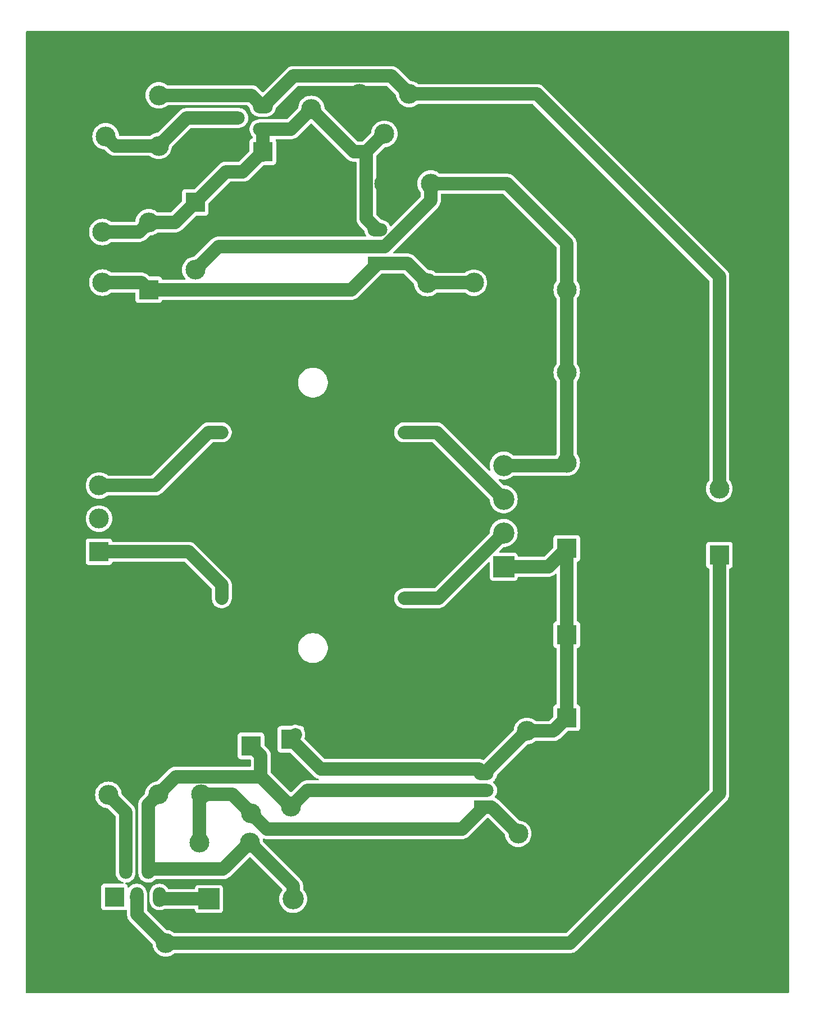
<source format=gbr>
%TF.GenerationSoftware,KiCad,Pcbnew,8.0.3*%
%TF.CreationDate,2025-01-03T10:39:23+05:30*%
%TF.ProjectId,DualPowerSupply5,4475616c-506f-4776-9572-537570706c79,rev?*%
%TF.SameCoordinates,Original*%
%TF.FileFunction,Copper,L2,Bot*%
%TF.FilePolarity,Positive*%
%FSLAX46Y46*%
G04 Gerber Fmt 4.6, Leading zero omitted, Abs format (unit mm)*
G04 Created by KiCad (PCBNEW 8.0.3) date 2025-01-03 10:39:23*
%MOMM*%
%LPD*%
G01*
G04 APERTURE LIST*
%TA.AperFunction,ComponentPad*%
%ADD10R,3.000000X3.000000*%
%TD*%
%TA.AperFunction,ComponentPad*%
%ADD11O,2.000000X2.000000*%
%TD*%
%TA.AperFunction,ComponentPad*%
%ADD12R,3.000000X2.000000*%
%TD*%
%TA.AperFunction,ComponentPad*%
%ADD13O,3.000000X2.000000*%
%TD*%
%TA.AperFunction,ComponentPad*%
%ADD14O,3.000000X3.000000*%
%TD*%
%TA.AperFunction,ComponentPad*%
%ADD15C,1.803400*%
%TD*%
%TA.AperFunction,ComponentPad*%
%ADD16O,2.000000X3.000000*%
%TD*%
%TA.AperFunction,ComponentPad*%
%ADD17C,3.000000*%
%TD*%
%TA.AperFunction,ComponentPad*%
%ADD18R,3.200000X3.200000*%
%TD*%
%TA.AperFunction,ComponentPad*%
%ADD19O,3.200000X3.200000*%
%TD*%
%TA.AperFunction,ComponentPad*%
%ADD20C,3.200000*%
%TD*%
%TA.AperFunction,Conductor*%
%ADD21C,2.000000*%
%TD*%
G04 APERTURE END LIST*
D10*
%TO.P,C1,1*%
%TO.N,Net-(D1-+)*%
X106000000Y-117500000D03*
D11*
%TO.P,C1,2*%
%TO.N,GND*%
X111000000Y-117500000D03*
%TD*%
D12*
%TO.P,U2,1,ADJ*%
%TO.N,Net-(D3-K)*%
X77500000Y-61540000D03*
D13*
%TO.P,U2,2,VI*%
%TO.N,Net-(D1--)*%
X77500000Y-59000000D03*
%TO.P,U2,3,VO*%
%TO.N,Net-(D3-A)*%
X77500000Y-56460000D03*
%TD*%
D10*
%TO.P,J1,1,Pin_1*%
%TO.N,Net-(IC3-OUT)*%
X129000000Y-105500000D03*
D14*
%TO.P,J1,2,Pin_2*%
%TO.N,GND*%
X129000000Y-100500000D03*
%TO.P,J1,3,Pin_3*%
%TO.N,Net-(IC4-OUT)*%
X129000000Y-95500000D03*
%TD*%
%TO.P,R1,1*%
%TO.N,Net-(D2-K)*%
X58225000Y-148835000D03*
%TO.P,R1,2*%
%TO.N,Net-(D2-A)*%
X50605000Y-148835000D03*
%TD*%
D15*
%TO.P,T2,1,1*%
%TO.N,Net-(J2-Pin_3)*%
X54000004Y-87000070D03*
%TO.P,T2,5,5*%
%TO.N,Net-(J2-Pin_1)*%
X54000004Y-112000010D03*
%TO.P,T2,6,6*%
%TO.N,Net-(D1-Pad2)*%
X81500000Y-112000000D03*
%TO.P,T2,7,7*%
%TO.N,GND*%
X81500000Y-107000000D03*
%TO.P,T2,9,9*%
X81500000Y-92000121D03*
%TO.P,T2,10,10*%
%TO.N,Net-(D1-Pad3)*%
X81500000Y-87000070D03*
%TD*%
D14*
%TO.P,C4,1*%
%TO.N,Net-(D2-A)*%
X50915000Y-141585000D03*
D11*
%TO.P,C4,2*%
%TO.N,GND*%
X50915000Y-134085000D03*
%TD*%
D10*
%TO.P,IC3,1,NC*%
%TO.N,unconnected-(IC3-NC-Pad1)*%
X37815000Y-157026000D03*
D16*
%TO.P,IC3,2,SET*%
%TO.N,Net-(IC3-SET)*%
X39515000Y-152835000D03*
%TO.P,IC3,3,OUT*%
%TO.N,Net-(IC3-OUT)*%
X41215000Y-157026000D03*
%TO.P,IC3,4,VCONTROL*%
%TO.N,Net-(D2-K)*%
X42915000Y-152835000D03*
%TO.P,IC3,5,IN*%
%TO.N,Net-(D6-K)*%
X44615000Y-157026000D03*
%TD*%
D10*
%TO.P,C8,1*%
%TO.N,GND*%
X111000000Y-91560000D03*
D14*
%TO.P,C8,2*%
%TO.N,Net-(D1--)*%
X106000000Y-91560000D03*
%TD*%
D10*
%TO.P,J2,1,Pin_1*%
%TO.N,Net-(J2-Pin_1)*%
X35500000Y-105000000D03*
D17*
%TO.P,J2,2,Pin_2*%
%TO.N,unconnected-(J2-Pin_2-Pad2)*%
X35500000Y-100000000D03*
%TO.P,J2,3,Pin_3*%
%TO.N,Net-(J2-Pin_3)*%
X35500000Y-95000000D03*
%TD*%
D10*
%TO.P,C6,1*%
%TO.N,GND*%
X111000000Y-78000000D03*
D14*
%TO.P,C6,2*%
%TO.N,Net-(D1--)*%
X106000000Y-78000000D03*
%TD*%
%TO.P,R4,1*%
%TO.N,Net-(D3-K)*%
X36000000Y-64420000D03*
%TO.P,R4,2*%
%TO.N,Net-(D3-A)*%
X36000000Y-56800000D03*
%TD*%
D12*
%TO.P,U1,1,ADJ*%
%TO.N,Net-(D2-A)*%
X93500000Y-143500000D03*
D13*
%TO.P,U1,2,VO*%
%TO.N,Net-(D2-K)*%
X93500000Y-140960000D03*
%TO.P,U1,3,VI*%
%TO.N,Net-(D1-+)*%
X93500000Y-138420000D03*
%TD*%
D14*
%TO.P,C16,1*%
%TO.N,GND*%
X78500000Y-49500000D03*
%TO.P,C16,2*%
%TO.N,Net-(D3-A)*%
X78500000Y-42000000D03*
%TD*%
%TO.P,R2,1*%
%TO.N,Net-(D2-A)*%
X98690000Y-147500000D03*
%TO.P,R2,2*%
%TO.N,GND*%
X106310000Y-147500000D03*
%TD*%
D10*
%TO.P,D2,1,K*%
%TO.N,Net-(D2-K)*%
X58415000Y-134255000D03*
D14*
%TO.P,D2,2,A*%
%TO.N,Net-(D2-A)*%
X58415000Y-144415000D03*
%TD*%
D10*
%TO.P,IC4,1,~{SHDN}*%
%TO.N,Net-(D3-A)*%
X60191000Y-44700000D03*
D13*
%TO.P,IC4,2,GND*%
%TO.N,GND*%
X56000000Y-43000000D03*
%TO.P,IC4,3,IN*%
%TO.N,Net-(D3-A)*%
X60191000Y-41300000D03*
%TO.P,IC4,4,SENSE/ADJ*%
%TO.N,Net-(IC4-SENSE{slash}ADJ)*%
X56000000Y-39600000D03*
%TO.P,IC4,5,OUT*%
%TO.N,Net-(IC4-OUT)*%
X60191000Y-37900000D03*
%TD*%
D10*
%TO.P,C7,1*%
%TO.N,GND*%
X111000000Y-65500000D03*
D14*
%TO.P,C7,2*%
%TO.N,Net-(D1--)*%
X106000000Y-65500000D03*
%TD*%
%TO.P,C10,1*%
%TO.N,GND*%
X85500000Y-42000000D03*
%TO.P,C10,2*%
%TO.N,Net-(D1--)*%
X85500000Y-49500000D03*
%TD*%
%TO.P,R9,1*%
%TO.N,Net-(IC4-SENSE{slash}ADJ)*%
X44500000Y-43810000D03*
%TO.P,R9,2*%
%TO.N,Net-(IC4-OUT)*%
X44500000Y-36190000D03*
%TD*%
D10*
%TO.P,C9,1*%
%TO.N,Net-(D1-+)*%
X106000000Y-104500000D03*
D11*
%TO.P,C9,2*%
%TO.N,GND*%
X111000000Y-104500000D03*
%TD*%
D14*
%TO.P,C15,1*%
%TO.N,GND*%
X74750000Y-36000000D03*
%TO.P,C15,2*%
%TO.N,Net-(IC4-OUT)*%
X82250000Y-36000000D03*
%TD*%
D10*
%TO.P,D3,1,K*%
%TO.N,Net-(D3-K)*%
X43000000Y-65500000D03*
D14*
%TO.P,D3,2,A*%
%TO.N,Net-(D3-A)*%
X43000000Y-55340000D03*
%TD*%
%TO.P,R7,1*%
%TO.N,Net-(IC3-SET)*%
X36915000Y-141645000D03*
%TO.P,R7,2*%
%TO.N,GND*%
X36915000Y-134025000D03*
%TD*%
D10*
%TO.P,D4,1,K*%
%TO.N,Net-(D3-A)*%
X50000000Y-52340000D03*
D14*
%TO.P,D4,2,A*%
%TO.N,Net-(D1--)*%
X50000000Y-62500000D03*
%TD*%
%TO.P,R8,1*%
%TO.N,GND*%
X36500000Y-50000000D03*
%TO.P,R8,2*%
%TO.N,Net-(IC4-SENSE{slash}ADJ)*%
X36500000Y-42380000D03*
%TD*%
%TO.P,C12,1*%
%TO.N,Net-(D2-K)*%
X44415000Y-141585000D03*
%TO.P,C12,2*%
%TO.N,GND*%
X44415000Y-134085000D03*
%TD*%
D10*
%TO.P,D5,1,K*%
%TO.N,Net-(D1-+)*%
X64415000Y-133255000D03*
D14*
%TO.P,D5,2,A*%
%TO.N,Net-(D2-K)*%
X64415000Y-143415000D03*
%TD*%
%TO.P,R3,1*%
%TO.N,GND*%
X85000000Y-56880000D03*
%TO.P,R3,2*%
%TO.N,Net-(D3-K)*%
X85000000Y-64500000D03*
%TD*%
D10*
%TO.P,C2,1*%
%TO.N,Net-(D1-+)*%
X106000000Y-130000000D03*
D11*
%TO.P,C2,2*%
%TO.N,GND*%
X111000000Y-130000000D03*
%TD*%
D14*
%TO.P,C11,1*%
%TO.N,GND*%
X92000000Y-56940000D03*
%TO.P,C11,2*%
%TO.N,Net-(D3-K)*%
X92000000Y-64440000D03*
%TD*%
%TO.P,C14,1*%
%TO.N,Net-(IC3-OUT)*%
X45560000Y-164000000D03*
%TO.P,C14,2*%
%TO.N,GND*%
X38060000Y-164000000D03*
%TD*%
%TO.P,C3,1*%
%TO.N,Net-(D1-+)*%
X100000000Y-132000000D03*
%TO.P,C3,2*%
%TO.N,GND*%
X100000000Y-139500000D03*
%TD*%
%TO.P,C13,1*%
%TO.N,GND*%
X67500000Y-45750000D03*
%TO.P,C13,2*%
%TO.N,Net-(D3-A)*%
X67500000Y-38250000D03*
%TD*%
D18*
%TO.P,D6,1,K*%
%TO.N,Net-(D6-K)*%
X52065000Y-157335000D03*
D19*
%TO.P,D6,2,A*%
%TO.N,Net-(D2-K)*%
X64765000Y-157335000D03*
%TD*%
D18*
%TO.P,D1,1,+*%
%TO.N,Net-(D1-+)*%
X96500000Y-107240000D03*
D20*
%TO.P,D1,2*%
%TO.N,Net-(D1-Pad2)*%
X96500000Y-102160000D03*
%TO.P,D1,3*%
%TO.N,Net-(D1-Pad3)*%
X96500000Y-97080000D03*
%TO.P,D1,4,-*%
%TO.N,Net-(D1--)*%
X96500000Y-92000000D03*
%TD*%
D21*
%TO.N,Net-(D1-Pad3)*%
X86420070Y-87000070D02*
X96500000Y-97080000D01*
X81500000Y-87000070D02*
X86420070Y-87000070D01*
%TO.N,Net-(D1-+)*%
X100000000Y-132000000D02*
X104000000Y-132000000D01*
X92835000Y-137755000D02*
X68915000Y-137755000D01*
X65085000Y-132585000D02*
X64415000Y-133255000D01*
X106000000Y-117500000D02*
X106000000Y-130000000D01*
X68915000Y-137755000D02*
X64415000Y-133255000D01*
X93500000Y-138420000D02*
X92835000Y-137755000D01*
X103260000Y-107240000D02*
X106000000Y-104500000D01*
X96500000Y-107240000D02*
X103260000Y-107240000D01*
X93580000Y-138420000D02*
X100000000Y-132000000D01*
X106000000Y-104500000D02*
X106000000Y-117500000D01*
X93500000Y-138420000D02*
X93580000Y-138420000D01*
X104000000Y-132000000D02*
X106000000Y-130000000D01*
%TO.N,Net-(D1-Pad2)*%
X81500000Y-112000000D02*
X86660000Y-112000000D01*
X86660000Y-112000000D02*
X96500000Y-102160000D01*
%TO.N,Net-(D1--)*%
X96500000Y-92000000D02*
X105560000Y-92000000D01*
X106000000Y-58500000D02*
X97000000Y-49500000D01*
X85500000Y-49500000D02*
X85500000Y-52071270D01*
X97000000Y-49500000D02*
X85500000Y-49500000D01*
X53500000Y-59000000D02*
X77500000Y-59000000D01*
X106000000Y-65500000D02*
X106000000Y-58500000D01*
X50000000Y-62500000D02*
X53500000Y-59000000D01*
X106000000Y-78000000D02*
X106000000Y-65500000D01*
X85500000Y-52071270D02*
X78571270Y-59000000D01*
X78571270Y-59000000D02*
X77500000Y-59000000D01*
X105560000Y-92000000D02*
X106000000Y-91560000D01*
X106000000Y-91560000D02*
X106000000Y-78000000D01*
%TO.N,Net-(D2-A)*%
X60780000Y-146780000D02*
X58415000Y-144415000D01*
X50605000Y-148835000D02*
X50605000Y-141895000D01*
X93500000Y-143500000D02*
X94690000Y-143500000D01*
X50915000Y-141585000D02*
X55585000Y-141585000D01*
X93500000Y-143500000D02*
X90220000Y-146780000D01*
X90220000Y-146780000D02*
X60780000Y-146780000D01*
X50605000Y-141895000D02*
X50915000Y-141585000D01*
X55585000Y-141585000D02*
X58415000Y-144415000D01*
X94690000Y-143500000D02*
X98690000Y-147500000D01*
%TO.N,Net-(D2-K)*%
X64765000Y-157335000D02*
X64765000Y-155375000D01*
X42915000Y-143085000D02*
X44415000Y-141585000D01*
X66870000Y-140960000D02*
X64415000Y-143415000D01*
X54225000Y-152835000D02*
X58225000Y-148835000D01*
X42915000Y-152835000D02*
X42915000Y-143085000D01*
X59885000Y-138885000D02*
X59885000Y-135725000D01*
X59885000Y-135725000D02*
X58415000Y-134255000D01*
X93500000Y-140960000D02*
X66870000Y-140960000D01*
X59885000Y-138885000D02*
X47115000Y-138885000D01*
X64765000Y-155375000D02*
X58225000Y-148835000D01*
X64415000Y-143415000D02*
X59885000Y-138885000D01*
X47115000Y-138885000D02*
X44415000Y-141585000D01*
X42915000Y-152835000D02*
X54225000Y-152835000D01*
%TO.N,Net-(D3-K)*%
X92000000Y-64440000D02*
X85060000Y-64440000D01*
X91940000Y-64500000D02*
X92000000Y-64440000D01*
X73540000Y-65500000D02*
X77500000Y-61540000D01*
X43000000Y-65500000D02*
X73540000Y-65500000D01*
X82040000Y-61540000D02*
X85000000Y-64500000D01*
X85060000Y-64440000D02*
X85000000Y-64500000D01*
X41920000Y-64420000D02*
X43000000Y-65500000D01*
X36000000Y-64420000D02*
X41920000Y-64420000D01*
X77500000Y-61540000D02*
X82040000Y-61540000D01*
%TO.N,Net-(D3-A)*%
X41540000Y-56800000D02*
X43000000Y-55340000D01*
X75800000Y-44700000D02*
X73950000Y-44700000D01*
X60191000Y-45200000D02*
X60191000Y-41800000D01*
X77500000Y-56460000D02*
X75800000Y-54760000D01*
X36000000Y-56800000D02*
X41540000Y-56800000D01*
X50000000Y-52340000D02*
X54640000Y-47700000D01*
X60191000Y-41300000D02*
X64450000Y-41300000D01*
X73950000Y-44700000D02*
X67500000Y-38250000D01*
X43000000Y-55340000D02*
X47000000Y-55340000D01*
X57191000Y-47700000D02*
X60191000Y-44700000D01*
X47000000Y-55340000D02*
X50000000Y-52340000D01*
X75800000Y-54760000D02*
X75800000Y-44700000D01*
X54640000Y-47700000D02*
X57191000Y-47700000D01*
X64450000Y-41300000D02*
X67500000Y-38250000D01*
X75800000Y-44700000D02*
X78500000Y-42000000D01*
%TO.N,Net-(D6-K)*%
X44924000Y-157335000D02*
X44615000Y-157026000D01*
X52065000Y-157335000D02*
X44924000Y-157335000D01*
%TO.N,Net-(IC3-SET)*%
X39515000Y-144245000D02*
X36915000Y-141645000D01*
X39515000Y-152835000D02*
X39515000Y-144245000D01*
%TO.N,Net-(IC3-OUT)*%
X106500000Y-164000000D02*
X129000000Y-141500000D01*
X45560000Y-164000000D02*
X106500000Y-164000000D01*
X129000000Y-141500000D02*
X129000000Y-105500000D01*
X41165000Y-157076000D02*
X41215000Y-157026000D01*
X41215000Y-157026000D02*
X41215000Y-159655000D01*
X41215000Y-159655000D02*
X45560000Y-164000000D01*
%TO.N,Net-(IC4-OUT)*%
X82250000Y-36000000D02*
X79550000Y-33300000D01*
X129000000Y-63500000D02*
X129000000Y-95500000D01*
X58481000Y-36190000D02*
X44500000Y-36190000D01*
X60191000Y-37900000D02*
X58481000Y-36190000D01*
X101500000Y-36000000D02*
X129000000Y-63500000D01*
X64791000Y-33300000D02*
X60191000Y-37900000D01*
X82250000Y-36000000D02*
X101500000Y-36000000D01*
X79550000Y-33300000D02*
X64791000Y-33300000D01*
%TO.N,Net-(IC4-SENSE{slash}ADJ)*%
X44500000Y-43810000D02*
X37930000Y-43810000D01*
X48710000Y-39600000D02*
X44500000Y-43810000D01*
X37930000Y-43810000D02*
X36500000Y-42380000D01*
X56000000Y-39600000D02*
X48710000Y-39600000D01*
%TO.N,Net-(J2-Pin_3)*%
X51999930Y-87000070D02*
X44000000Y-95000000D01*
X54000004Y-87000070D02*
X51999930Y-87000070D01*
X35500000Y-95000000D02*
X44000000Y-95000000D01*
%TO.N,Net-(J2-Pin_1)*%
X54000004Y-112000010D02*
X54000004Y-110000010D01*
X54000004Y-110000010D02*
X48999994Y-105000000D01*
X35500000Y-105000000D02*
X48999994Y-105000000D01*
%TD*%
%TA.AperFunction,Conductor*%
%TO.N,GND*%
G36*
X139443039Y-26519685D02*
G01*
X139488794Y-26572489D01*
X139500000Y-26624000D01*
X139500000Y-171376000D01*
X139480315Y-171443039D01*
X139427511Y-171488794D01*
X139376000Y-171500000D01*
X24624000Y-171500000D01*
X24556961Y-171480315D01*
X24511206Y-171427511D01*
X24500000Y-171376000D01*
X24500000Y-141644998D01*
X34909390Y-141644998D01*
X34909390Y-141645001D01*
X34929804Y-141930433D01*
X34990628Y-142210037D01*
X34990630Y-142210043D01*
X34990631Y-142210046D01*
X35090390Y-142477510D01*
X35090635Y-142478166D01*
X35227770Y-142729309D01*
X35227775Y-142729317D01*
X35399254Y-142958387D01*
X35399270Y-142958405D01*
X35601594Y-143160729D01*
X35601612Y-143160745D01*
X35830682Y-143332224D01*
X35830690Y-143332229D01*
X36081833Y-143469364D01*
X36081832Y-143469364D01*
X36081836Y-143469365D01*
X36081839Y-143469367D01*
X36349954Y-143569369D01*
X36349960Y-143569370D01*
X36349962Y-143569371D01*
X36489763Y-143599782D01*
X36629572Y-143630196D01*
X36743484Y-143638342D01*
X36808947Y-143662758D01*
X36822318Y-143674345D01*
X37978181Y-144830208D01*
X38011666Y-144891531D01*
X38014500Y-144917889D01*
X38014500Y-153453097D01*
X38051446Y-153686368D01*
X38124433Y-153910996D01*
X38159347Y-153979517D01*
X38231657Y-154121433D01*
X38370483Y-154312510D01*
X38537490Y-154479517D01*
X38728567Y-154618343D01*
X38827991Y-154669002D01*
X38939003Y-154725566D01*
X38939005Y-154725566D01*
X38939008Y-154725568D01*
X39098178Y-154777285D01*
X39117516Y-154783569D01*
X39175191Y-154823007D01*
X39202389Y-154887366D01*
X39190474Y-154956212D01*
X39143230Y-155007688D01*
X39079197Y-155025500D01*
X36267129Y-155025500D01*
X36267123Y-155025501D01*
X36207516Y-155031908D01*
X36072671Y-155082202D01*
X36072664Y-155082206D01*
X35957455Y-155168452D01*
X35957452Y-155168455D01*
X35871206Y-155283664D01*
X35871202Y-155283671D01*
X35820908Y-155418517D01*
X35814501Y-155478116D01*
X35814501Y-155478123D01*
X35814500Y-155478135D01*
X35814500Y-158573870D01*
X35814501Y-158573876D01*
X35820908Y-158633483D01*
X35871202Y-158768328D01*
X35871206Y-158768335D01*
X35957452Y-158883544D01*
X35957455Y-158883547D01*
X36072664Y-158969793D01*
X36072671Y-158969797D01*
X36207517Y-159020091D01*
X36207516Y-159020091D01*
X36214444Y-159020835D01*
X36267127Y-159026500D01*
X39362872Y-159026499D01*
X39422483Y-159020091D01*
X39522270Y-158982873D01*
X39547167Y-158973587D01*
X39616859Y-158968603D01*
X39678182Y-159002088D01*
X39711666Y-159063411D01*
X39714500Y-159089769D01*
X39714500Y-159773097D01*
X39751446Y-160006368D01*
X39824433Y-160230996D01*
X39931657Y-160441434D01*
X40070484Y-160632511D01*
X43530653Y-164092680D01*
X43564138Y-164154003D01*
X43566656Y-164171514D01*
X43574804Y-164285429D01*
X43574805Y-164285436D01*
X43635628Y-164565037D01*
X43735635Y-164833166D01*
X43872770Y-165084309D01*
X43872775Y-165084317D01*
X44044254Y-165313387D01*
X44044270Y-165313405D01*
X44246594Y-165515729D01*
X44246612Y-165515745D01*
X44475682Y-165687224D01*
X44475690Y-165687229D01*
X44726833Y-165824364D01*
X44726832Y-165824364D01*
X44726836Y-165824365D01*
X44726839Y-165824367D01*
X44994954Y-165924369D01*
X44994960Y-165924370D01*
X44994962Y-165924371D01*
X45274566Y-165985195D01*
X45274568Y-165985195D01*
X45274572Y-165985196D01*
X45528220Y-166003337D01*
X45559999Y-166005610D01*
X45560000Y-166005610D01*
X45560001Y-166005610D01*
X45588595Y-166003564D01*
X45845428Y-165985196D01*
X46125046Y-165924369D01*
X46393161Y-165824367D01*
X46644315Y-165687226D01*
X46767363Y-165595113D01*
X46860713Y-165525233D01*
X46926177Y-165500816D01*
X46935023Y-165500500D01*
X106618097Y-165500500D01*
X106851368Y-165463553D01*
X107075992Y-165390568D01*
X107286434Y-165283343D01*
X107477510Y-165144517D01*
X130144517Y-142477510D01*
X130283343Y-142286434D01*
X130390568Y-142075992D01*
X130463553Y-141851369D01*
X130485883Y-141710384D01*
X130500500Y-141618097D01*
X130500500Y-107616976D01*
X130520185Y-107549937D01*
X130572989Y-107504182D01*
X130600135Y-107496736D01*
X130599932Y-107495876D01*
X130607479Y-107494092D01*
X130607481Y-107494091D01*
X130607483Y-107494091D01*
X130742331Y-107443796D01*
X130857546Y-107357546D01*
X130943796Y-107242331D01*
X130994091Y-107107483D01*
X131000500Y-107047873D01*
X131000499Y-103952128D01*
X130994091Y-103892517D01*
X130980278Y-103855483D01*
X130943797Y-103757671D01*
X130943793Y-103757664D01*
X130857547Y-103642455D01*
X130857544Y-103642452D01*
X130742335Y-103556206D01*
X130742328Y-103556202D01*
X130607482Y-103505908D01*
X130607483Y-103505908D01*
X130547883Y-103499501D01*
X130547881Y-103499500D01*
X130547873Y-103499500D01*
X130547864Y-103499500D01*
X127452129Y-103499500D01*
X127452123Y-103499501D01*
X127392516Y-103505908D01*
X127257671Y-103556202D01*
X127257664Y-103556206D01*
X127142455Y-103642452D01*
X127142452Y-103642455D01*
X127056206Y-103757664D01*
X127056202Y-103757671D01*
X127005908Y-103892517D01*
X126999501Y-103952116D01*
X126999501Y-103952123D01*
X126999500Y-103952135D01*
X126999500Y-107047870D01*
X126999501Y-107047876D01*
X127005908Y-107107483D01*
X127056202Y-107242328D01*
X127056206Y-107242335D01*
X127142452Y-107357544D01*
X127142455Y-107357547D01*
X127257664Y-107443793D01*
X127257671Y-107443797D01*
X127392517Y-107494091D01*
X127400062Y-107495874D01*
X127399523Y-107498151D01*
X127453287Y-107520408D01*
X127493147Y-107577793D01*
X127499500Y-107616975D01*
X127499500Y-140827111D01*
X127479815Y-140894150D01*
X127463181Y-140914792D01*
X105914792Y-162463181D01*
X105853469Y-162496666D01*
X105827111Y-162499500D01*
X46935023Y-162499500D01*
X46867984Y-162479815D01*
X46860713Y-162474767D01*
X46644317Y-162312775D01*
X46644309Y-162312770D01*
X46393166Y-162175635D01*
X46393167Y-162175635D01*
X46285915Y-162135632D01*
X46125046Y-162075631D01*
X46125043Y-162075630D01*
X46125037Y-162075628D01*
X45845436Y-162014805D01*
X45845429Y-162014804D01*
X45731514Y-162006656D01*
X45666050Y-161982239D01*
X45652680Y-161970653D01*
X42751819Y-159069792D01*
X42718334Y-159008469D01*
X42715500Y-158982111D01*
X42715500Y-156407902D01*
X43114500Y-156407902D01*
X43114500Y-157644097D01*
X43151446Y-157877368D01*
X43224433Y-158101996D01*
X43261016Y-158173793D01*
X43331657Y-158312433D01*
X43470483Y-158503510D01*
X43637490Y-158670517D01*
X43828567Y-158809343D01*
X43879903Y-158835500D01*
X44039003Y-158916566D01*
X44039005Y-158916566D01*
X44039008Y-158916568D01*
X44159412Y-158955689D01*
X44263631Y-158989553D01*
X44496903Y-159026500D01*
X44496908Y-159026500D01*
X44733097Y-159026500D01*
X44966368Y-158989553D01*
X44986896Y-158982883D01*
X45190992Y-158916568D01*
X45323572Y-158849014D01*
X45379867Y-158835500D01*
X49840501Y-158835500D01*
X49907540Y-158855185D01*
X49953295Y-158907989D01*
X49964501Y-158959500D01*
X49964501Y-158982876D01*
X49970908Y-159042483D01*
X50021202Y-159177328D01*
X50021206Y-159177335D01*
X50107452Y-159292544D01*
X50107455Y-159292547D01*
X50222664Y-159378793D01*
X50222671Y-159378797D01*
X50357517Y-159429091D01*
X50357516Y-159429091D01*
X50364444Y-159429835D01*
X50417127Y-159435500D01*
X53712872Y-159435499D01*
X53772483Y-159429091D01*
X53907331Y-159378796D01*
X54022546Y-159292546D01*
X54108796Y-159177331D01*
X54159091Y-159042483D01*
X54165500Y-158982873D01*
X54165499Y-155687128D01*
X54159091Y-155627517D01*
X54145358Y-155590698D01*
X54108797Y-155492671D01*
X54108793Y-155492664D01*
X54022547Y-155377455D01*
X54022544Y-155377452D01*
X53907335Y-155291206D01*
X53907328Y-155291202D01*
X53772482Y-155240908D01*
X53772483Y-155240908D01*
X53712883Y-155234501D01*
X53712881Y-155234500D01*
X53712873Y-155234500D01*
X53712864Y-155234500D01*
X50417129Y-155234500D01*
X50417123Y-155234501D01*
X50357516Y-155240908D01*
X50222671Y-155291202D01*
X50222664Y-155291206D01*
X50107455Y-155377452D01*
X50107452Y-155377455D01*
X50021206Y-155492664D01*
X50021202Y-155492671D01*
X49970908Y-155627517D01*
X49964501Y-155687116D01*
X49964501Y-155687123D01*
X49964500Y-155687135D01*
X49964500Y-155710500D01*
X49944815Y-155777539D01*
X49892011Y-155823294D01*
X49840500Y-155834500D01*
X46022701Y-155834500D01*
X45955662Y-155814815D01*
X45912216Y-155766794D01*
X45898344Y-155739568D01*
X45860244Y-155687129D01*
X45759517Y-155548490D01*
X45592510Y-155381483D01*
X45401433Y-155242657D01*
X45385424Y-155234500D01*
X45190996Y-155135433D01*
X44966368Y-155062446D01*
X44733097Y-155025500D01*
X44733092Y-155025500D01*
X44496908Y-155025500D01*
X44496903Y-155025500D01*
X44263631Y-155062446D01*
X44039003Y-155135433D01*
X43828566Y-155242657D01*
X43761748Y-155291204D01*
X43637490Y-155381483D01*
X43637488Y-155381485D01*
X43637487Y-155381485D01*
X43470485Y-155548487D01*
X43470485Y-155548488D01*
X43470483Y-155548490D01*
X43413067Y-155627516D01*
X43331657Y-155739566D01*
X43224433Y-155950003D01*
X43151446Y-156174631D01*
X43114500Y-156407902D01*
X42715500Y-156407902D01*
X42678553Y-156174631D01*
X42615295Y-155979946D01*
X42605568Y-155950008D01*
X42605566Y-155950005D01*
X42605566Y-155950003D01*
X42536684Y-155814815D01*
X42498343Y-155739567D01*
X42359517Y-155548490D01*
X42192510Y-155381483D01*
X42001433Y-155242657D01*
X41985424Y-155234500D01*
X41790996Y-155135433D01*
X41566368Y-155062446D01*
X41333097Y-155025500D01*
X41333092Y-155025500D01*
X41096908Y-155025500D01*
X41096903Y-155025500D01*
X40863631Y-155062446D01*
X40639003Y-155135433D01*
X40428566Y-155242657D01*
X40361748Y-155291204D01*
X40237490Y-155381483D01*
X40237488Y-155381485D01*
X40237487Y-155381485D01*
X40070485Y-155548487D01*
X40070478Y-155548496D01*
X40039816Y-155590698D01*
X39984486Y-155633364D01*
X39914872Y-155639342D01*
X39853078Y-155606735D01*
X39818721Y-155545896D01*
X39815499Y-155517812D01*
X39815499Y-155478129D01*
X39815498Y-155478123D01*
X39815497Y-155478116D01*
X39809091Y-155418517D01*
X39795278Y-155381483D01*
X39758797Y-155283671D01*
X39758793Y-155283664D01*
X39672547Y-155168455D01*
X39672544Y-155168452D01*
X39557335Y-155082206D01*
X39557328Y-155082202D01*
X39539846Y-155075682D01*
X39483912Y-155033811D01*
X39459495Y-154968346D01*
X39474347Y-154900073D01*
X39523752Y-154850668D01*
X39583179Y-154835500D01*
X39633097Y-154835500D01*
X39866368Y-154798553D01*
X40090992Y-154725568D01*
X40301433Y-154618343D01*
X40492510Y-154479517D01*
X40659517Y-154312510D01*
X40798343Y-154121433D01*
X40905568Y-153910992D01*
X40978553Y-153686368D01*
X41015500Y-153453097D01*
X41015500Y-144126902D01*
X40978553Y-143893631D01*
X40934447Y-143757889D01*
X40905568Y-143669008D01*
X40905566Y-143669005D01*
X40905566Y-143669003D01*
X40855221Y-143570196D01*
X40824228Y-143509369D01*
X40798343Y-143458566D01*
X40659517Y-143267490D01*
X40358929Y-142966902D01*
X41414500Y-142966902D01*
X41414500Y-153453097D01*
X41451446Y-153686368D01*
X41524433Y-153910996D01*
X41559347Y-153979517D01*
X41631657Y-154121433D01*
X41770483Y-154312510D01*
X41937490Y-154479517D01*
X42128567Y-154618343D01*
X42227991Y-154669002D01*
X42339003Y-154725566D01*
X42339005Y-154725566D01*
X42339008Y-154725568D01*
X42459412Y-154764689D01*
X42563631Y-154798553D01*
X42796903Y-154835500D01*
X42796908Y-154835500D01*
X43033097Y-154835500D01*
X43266368Y-154798553D01*
X43490992Y-154725568D01*
X43701433Y-154618343D01*
X43892510Y-154479517D01*
X44000208Y-154371819D01*
X44061531Y-154338334D01*
X44087889Y-154335500D01*
X54343097Y-154335500D01*
X54576368Y-154298553D01*
X54800992Y-154225568D01*
X55011434Y-154118343D01*
X55202510Y-153979517D01*
X58137318Y-151044707D01*
X58198641Y-151011223D01*
X58268333Y-151016207D01*
X58312680Y-151044708D01*
X63116903Y-155848931D01*
X63150388Y-155910254D01*
X63145404Y-155979946D01*
X63130527Y-156008120D01*
X62966098Y-156241064D01*
X62833894Y-156496206D01*
X62737667Y-156766962D01*
X62737666Y-156766965D01*
X62679201Y-157048319D01*
X62659592Y-157335000D01*
X62679201Y-157621680D01*
X62737666Y-157903034D01*
X62737667Y-157903037D01*
X62833894Y-158173793D01*
X62833893Y-158173793D01*
X62966098Y-158428935D01*
X63131812Y-158663700D01*
X63216923Y-158754831D01*
X63327947Y-158873708D01*
X63550853Y-159055055D01*
X63751926Y-159177331D01*
X63796382Y-159204365D01*
X63983237Y-159285526D01*
X64059942Y-159318844D01*
X64336642Y-159396371D01*
X64574694Y-159429091D01*
X64621321Y-159435500D01*
X64621322Y-159435500D01*
X64908679Y-159435500D01*
X64955306Y-159429091D01*
X65193358Y-159396371D01*
X65470058Y-159318844D01*
X65583015Y-159269779D01*
X65733617Y-159204365D01*
X65733620Y-159204363D01*
X65733625Y-159204361D01*
X65979147Y-159055055D01*
X66202053Y-158873708D01*
X66398189Y-158663698D01*
X66563901Y-158428936D01*
X66696104Y-158173797D01*
X66792334Y-157903032D01*
X66850798Y-157621686D01*
X66870408Y-157335000D01*
X66850798Y-157048314D01*
X66792334Y-156766968D01*
X66696105Y-156496206D01*
X66696106Y-156496206D01*
X66563901Y-156241064D01*
X66398187Y-156006299D01*
X66298876Y-155899963D01*
X66267505Y-155837533D01*
X66265500Y-155815327D01*
X66265500Y-155256902D01*
X66228553Y-155023631D01*
X66167425Y-154835500D01*
X66155568Y-154799008D01*
X66155566Y-154799005D01*
X66155566Y-154799003D01*
X66116666Y-154722659D01*
X66048343Y-154588567D01*
X65969112Y-154479514D01*
X65909523Y-154397496D01*
X65909519Y-154397491D01*
X60254345Y-148742318D01*
X60220860Y-148680995D01*
X60218343Y-148663490D01*
X60210196Y-148549572D01*
X60167854Y-148354929D01*
X60172838Y-148285239D01*
X60214709Y-148229305D01*
X60280174Y-148204888D01*
X60327338Y-148210641D01*
X60384781Y-148229305D01*
X60428632Y-148243553D01*
X60521609Y-148258279D01*
X60661903Y-148280500D01*
X60661908Y-148280500D01*
X90338097Y-148280500D01*
X90571368Y-148243553D01*
X90571371Y-148243552D01*
X90795992Y-148170568D01*
X91006434Y-148063343D01*
X91197510Y-147924517D01*
X94007319Y-145114708D01*
X94068642Y-145081223D01*
X94138334Y-145086207D01*
X94182681Y-145114708D01*
X96660653Y-147592680D01*
X96694138Y-147654003D01*
X96696656Y-147671514D01*
X96704804Y-147785429D01*
X96704805Y-147785436D01*
X96765628Y-148065037D01*
X96765630Y-148065043D01*
X96765631Y-148065046D01*
X96847759Y-148285239D01*
X96865635Y-148333166D01*
X97002770Y-148584309D01*
X97002775Y-148584317D01*
X97174254Y-148813387D01*
X97174270Y-148813405D01*
X97376594Y-149015729D01*
X97376612Y-149015745D01*
X97605682Y-149187224D01*
X97605690Y-149187229D01*
X97856833Y-149324364D01*
X97856832Y-149324364D01*
X97856836Y-149324365D01*
X97856839Y-149324367D01*
X98124954Y-149424369D01*
X98124960Y-149424370D01*
X98124962Y-149424371D01*
X98404566Y-149485195D01*
X98404568Y-149485195D01*
X98404572Y-149485196D01*
X98658220Y-149503337D01*
X98689999Y-149505610D01*
X98690000Y-149505610D01*
X98690001Y-149505610D01*
X98718595Y-149503564D01*
X98975428Y-149485196D01*
X99255046Y-149424369D01*
X99523161Y-149324367D01*
X99774315Y-149187226D01*
X100003395Y-149015739D01*
X100205739Y-148813395D01*
X100377226Y-148584315D01*
X100514367Y-148333161D01*
X100614369Y-148065046D01*
X100614371Y-148065037D01*
X100675195Y-147785433D01*
X100675195Y-147785432D01*
X100675196Y-147785428D01*
X100695610Y-147500000D01*
X100675196Y-147214572D01*
X100660665Y-147147775D01*
X100614371Y-146934962D01*
X100614370Y-146934960D01*
X100614369Y-146934954D01*
X100514367Y-146666839D01*
X100377226Y-146415685D01*
X100377224Y-146415682D01*
X100205745Y-146186612D01*
X100205729Y-146186594D01*
X100003405Y-145984270D01*
X100003387Y-145984254D01*
X99774317Y-145812775D01*
X99774309Y-145812770D01*
X99523166Y-145675635D01*
X99523167Y-145675635D01*
X99415915Y-145635632D01*
X99255046Y-145575631D01*
X99255043Y-145575630D01*
X99255037Y-145575628D01*
X98975436Y-145514805D01*
X98975429Y-145514804D01*
X98861514Y-145506656D01*
X98796050Y-145482239D01*
X98782680Y-145470653D01*
X95667511Y-142355484D01*
X95589172Y-142298567D01*
X95476434Y-142216657D01*
X95399728Y-142177573D01*
X95364571Y-142147976D01*
X95363820Y-142148728D01*
X95357548Y-142142457D01*
X95357546Y-142142454D01*
X95357542Y-142142451D01*
X95242335Y-142056206D01*
X95234546Y-142051953D01*
X95236331Y-142048683D01*
X95194448Y-142017284D01*
X95170078Y-141951803D01*
X95184978Y-141883540D01*
X95193441Y-141870171D01*
X95283343Y-141746433D01*
X95390568Y-141535992D01*
X95463553Y-141311368D01*
X95465423Y-141299563D01*
X95500500Y-141078097D01*
X95500500Y-140841902D01*
X95463553Y-140608631D01*
X95408918Y-140440483D01*
X95390568Y-140384008D01*
X95390566Y-140384005D01*
X95390566Y-140384003D01*
X95283342Y-140173566D01*
X95251159Y-140129270D01*
X95144517Y-139982490D01*
X94977510Y-139815483D01*
X94942872Y-139790317D01*
X94900207Y-139734989D01*
X94894228Y-139665375D01*
X94926833Y-139603580D01*
X94942873Y-139589682D01*
X94944697Y-139588357D01*
X94977510Y-139564517D01*
X95144517Y-139397510D01*
X95283343Y-139206433D01*
X95390568Y-138995992D01*
X95463553Y-138771368D01*
X95478496Y-138677017D01*
X95508423Y-138613887D01*
X95513269Y-138608756D01*
X100092682Y-134029343D01*
X100154003Y-133995860D01*
X100171505Y-133993343D01*
X100285428Y-133985196D01*
X100565046Y-133924369D01*
X100833161Y-133824367D01*
X101084315Y-133687226D01*
X101207363Y-133595113D01*
X101300713Y-133525233D01*
X101366177Y-133500816D01*
X101375023Y-133500500D01*
X104118097Y-133500500D01*
X104351368Y-133463553D01*
X104575992Y-133390568D01*
X104786434Y-133283343D01*
X104977510Y-133144517D01*
X106085208Y-132036817D01*
X106146531Y-132003333D01*
X106172889Y-132000499D01*
X107547871Y-132000499D01*
X107547872Y-132000499D01*
X107607483Y-131994091D01*
X107742331Y-131943796D01*
X107857546Y-131857546D01*
X107943796Y-131742331D01*
X107994091Y-131607483D01*
X108000500Y-131547873D01*
X108000499Y-128452128D01*
X107994091Y-128392517D01*
X107943796Y-128257669D01*
X107943795Y-128257668D01*
X107943793Y-128257664D01*
X107857547Y-128142455D01*
X107857544Y-128142452D01*
X107742335Y-128056206D01*
X107742328Y-128056202D01*
X107607482Y-128005908D01*
X107599938Y-128004126D01*
X107600474Y-128001853D01*
X107546688Y-127979571D01*
X107506843Y-127922177D01*
X107500500Y-127883024D01*
X107500500Y-119616976D01*
X107520185Y-119549937D01*
X107572989Y-119504182D01*
X107600135Y-119496736D01*
X107599932Y-119495876D01*
X107607479Y-119494092D01*
X107607481Y-119494091D01*
X107607483Y-119494091D01*
X107742331Y-119443796D01*
X107857546Y-119357546D01*
X107943796Y-119242331D01*
X107994091Y-119107483D01*
X108000500Y-119047873D01*
X108000499Y-115952128D01*
X107994091Y-115892517D01*
X107943796Y-115757669D01*
X107943795Y-115757668D01*
X107943793Y-115757664D01*
X107857547Y-115642455D01*
X107857544Y-115642452D01*
X107742335Y-115556206D01*
X107742328Y-115556202D01*
X107607482Y-115505908D01*
X107599938Y-115504126D01*
X107600474Y-115501853D01*
X107546688Y-115479571D01*
X107506843Y-115422177D01*
X107500500Y-115383024D01*
X107500500Y-106616976D01*
X107520185Y-106549937D01*
X107572989Y-106504182D01*
X107600135Y-106496736D01*
X107599932Y-106495876D01*
X107607479Y-106494092D01*
X107607481Y-106494091D01*
X107607483Y-106494091D01*
X107742331Y-106443796D01*
X107857546Y-106357546D01*
X107943796Y-106242331D01*
X107994091Y-106107483D01*
X108000500Y-106047873D01*
X108000499Y-102952128D01*
X107994091Y-102892517D01*
X107943796Y-102757669D01*
X107943795Y-102757668D01*
X107943793Y-102757664D01*
X107857547Y-102642455D01*
X107857544Y-102642452D01*
X107742335Y-102556206D01*
X107742328Y-102556202D01*
X107607482Y-102505908D01*
X107607483Y-102505908D01*
X107547883Y-102499501D01*
X107547881Y-102499500D01*
X107547873Y-102499500D01*
X107547864Y-102499500D01*
X104452129Y-102499500D01*
X104452123Y-102499501D01*
X104392516Y-102505908D01*
X104257671Y-102556202D01*
X104257664Y-102556206D01*
X104142455Y-102642452D01*
X104142452Y-102642455D01*
X104056206Y-102757664D01*
X104056202Y-102757671D01*
X104005908Y-102892517D01*
X103999501Y-102952116D01*
X103999501Y-102952123D01*
X103999500Y-102952135D01*
X103999500Y-104327110D01*
X103979815Y-104394149D01*
X103963181Y-104414791D01*
X102674792Y-105703181D01*
X102613469Y-105736666D01*
X102587111Y-105739500D01*
X98724499Y-105739500D01*
X98657460Y-105719815D01*
X98611705Y-105667011D01*
X98600499Y-105615500D01*
X98600499Y-105592129D01*
X98600498Y-105592123D01*
X98594091Y-105532516D01*
X98543797Y-105397671D01*
X98543793Y-105397664D01*
X98457547Y-105282455D01*
X98457544Y-105282452D01*
X98342335Y-105196206D01*
X98342328Y-105196202D01*
X98207482Y-105145908D01*
X98207483Y-105145908D01*
X98147883Y-105139501D01*
X98147881Y-105139500D01*
X98147873Y-105139500D01*
X98147865Y-105139500D01*
X95941888Y-105139500D01*
X95874849Y-105119815D01*
X95829094Y-105067011D01*
X95819150Y-104997853D01*
X95848175Y-104934297D01*
X95854207Y-104927819D01*
X96485208Y-104296819D01*
X96546531Y-104263334D01*
X96572889Y-104260500D01*
X96643679Y-104260500D01*
X96674370Y-104256281D01*
X96928358Y-104221371D01*
X97205058Y-104143844D01*
X97318015Y-104094779D01*
X97468617Y-104029365D01*
X97468620Y-104029363D01*
X97468625Y-104029361D01*
X97714147Y-103880055D01*
X97937053Y-103698708D01*
X98133189Y-103488698D01*
X98298901Y-103253936D01*
X98431104Y-102998797D01*
X98527334Y-102728032D01*
X98585798Y-102446686D01*
X98605408Y-102160000D01*
X98585798Y-101873314D01*
X98527334Y-101591968D01*
X98431105Y-101321206D01*
X98431106Y-101321206D01*
X98298901Y-101066064D01*
X98133187Y-100831299D01*
X98054554Y-100747105D01*
X97937053Y-100621292D01*
X97714147Y-100439945D01*
X97714146Y-100439944D01*
X97468617Y-100290634D01*
X97205063Y-100176158D01*
X97205061Y-100176157D01*
X97205058Y-100176156D01*
X97075578Y-100139877D01*
X96928364Y-100098630D01*
X96928359Y-100098629D01*
X96928358Y-100098629D01*
X96786018Y-100079064D01*
X96643679Y-100059500D01*
X96643678Y-100059500D01*
X96356322Y-100059500D01*
X96356321Y-100059500D01*
X96071642Y-100098629D01*
X96071635Y-100098630D01*
X95863861Y-100156845D01*
X95794942Y-100176156D01*
X95794939Y-100176156D01*
X95794936Y-100176158D01*
X95794935Y-100176158D01*
X95531382Y-100290634D01*
X95285853Y-100439944D01*
X95062950Y-100621289D01*
X94866812Y-100831299D01*
X94701098Y-101066064D01*
X94568894Y-101321206D01*
X94472667Y-101591962D01*
X94472666Y-101591965D01*
X94414201Y-101873319D01*
X94398983Y-102095799D01*
X94374769Y-102161339D01*
X94362953Y-102175018D01*
X86074792Y-110463181D01*
X86013469Y-110496666D01*
X85987111Y-110499500D01*
X81381903Y-110499500D01*
X81148631Y-110536446D01*
X80924003Y-110609433D01*
X80713566Y-110716657D01*
X80604550Y-110795862D01*
X80522490Y-110855483D01*
X80522488Y-110855485D01*
X80522487Y-110855485D01*
X80355485Y-111022487D01*
X80355485Y-111022488D01*
X80355483Y-111022490D01*
X80295862Y-111104550D01*
X80216657Y-111213566D01*
X80109433Y-111424003D01*
X80036446Y-111648631D01*
X79999500Y-111881902D01*
X79999500Y-112118097D01*
X80036446Y-112351368D01*
X80109433Y-112575996D01*
X80216657Y-112786433D01*
X80355483Y-112977510D01*
X80522490Y-113144517D01*
X80713567Y-113283343D01*
X80812991Y-113334002D01*
X80924003Y-113390566D01*
X80924005Y-113390566D01*
X80924008Y-113390568D01*
X81044412Y-113429689D01*
X81148631Y-113463553D01*
X81381903Y-113500500D01*
X81381908Y-113500500D01*
X86778097Y-113500500D01*
X87011368Y-113463553D01*
X87235992Y-113390568D01*
X87446434Y-113283343D01*
X87637510Y-113144517D01*
X94187821Y-106594204D01*
X94249142Y-106560721D01*
X94318834Y-106565705D01*
X94374767Y-106607577D01*
X94399184Y-106673041D01*
X94399500Y-106681887D01*
X94399500Y-108887870D01*
X94399501Y-108887876D01*
X94405908Y-108947483D01*
X94456202Y-109082328D01*
X94456206Y-109082335D01*
X94542452Y-109197544D01*
X94542455Y-109197547D01*
X94657664Y-109283793D01*
X94657671Y-109283797D01*
X94792517Y-109334091D01*
X94792516Y-109334091D01*
X94799444Y-109334835D01*
X94852127Y-109340500D01*
X98147872Y-109340499D01*
X98207483Y-109334091D01*
X98342331Y-109283796D01*
X98457546Y-109197546D01*
X98543796Y-109082331D01*
X98594091Y-108947483D01*
X98600500Y-108887873D01*
X98600500Y-108864500D01*
X98620185Y-108797461D01*
X98672989Y-108751706D01*
X98724500Y-108740500D01*
X103378097Y-108740500D01*
X103611368Y-108703553D01*
X103835992Y-108630568D01*
X104046434Y-108523343D01*
X104237510Y-108384517D01*
X104287819Y-108334208D01*
X104349142Y-108300723D01*
X104418834Y-108305707D01*
X104474767Y-108347579D01*
X104499184Y-108413043D01*
X104499500Y-108421889D01*
X104499500Y-115383023D01*
X104479815Y-115450062D01*
X104427011Y-115495817D01*
X104399865Y-115503266D01*
X104400068Y-115504124D01*
X104392520Y-115505907D01*
X104257671Y-115556202D01*
X104257664Y-115556206D01*
X104142455Y-115642452D01*
X104142452Y-115642455D01*
X104056206Y-115757664D01*
X104056202Y-115757671D01*
X104005908Y-115892517D01*
X103999501Y-115952116D01*
X103999501Y-115952123D01*
X103999500Y-115952135D01*
X103999500Y-119047870D01*
X103999501Y-119047876D01*
X104005908Y-119107483D01*
X104056202Y-119242328D01*
X104056206Y-119242335D01*
X104142452Y-119357544D01*
X104142455Y-119357547D01*
X104257664Y-119443793D01*
X104257671Y-119443797D01*
X104392517Y-119494091D01*
X104400062Y-119495874D01*
X104399523Y-119498151D01*
X104453287Y-119520408D01*
X104493147Y-119577793D01*
X104499500Y-119616975D01*
X104499500Y-127883023D01*
X104479815Y-127950062D01*
X104427011Y-127995817D01*
X104399865Y-128003266D01*
X104400068Y-128004124D01*
X104392520Y-128005907D01*
X104257671Y-128056202D01*
X104257664Y-128056206D01*
X104142455Y-128142452D01*
X104142452Y-128142455D01*
X104056206Y-128257664D01*
X104056202Y-128257671D01*
X104005908Y-128392517D01*
X103999501Y-128452116D01*
X103999501Y-128452123D01*
X103999500Y-128452135D01*
X103999500Y-129827110D01*
X103979815Y-129894149D01*
X103963181Y-129914791D01*
X103414792Y-130463181D01*
X103353469Y-130496666D01*
X103327111Y-130499500D01*
X101375023Y-130499500D01*
X101307984Y-130479815D01*
X101300713Y-130474767D01*
X101084317Y-130312775D01*
X101084309Y-130312770D01*
X100833166Y-130175635D01*
X100833167Y-130175635D01*
X100725915Y-130135632D01*
X100565046Y-130075631D01*
X100565043Y-130075630D01*
X100565037Y-130075628D01*
X100285433Y-130014804D01*
X100000001Y-129994390D01*
X99999999Y-129994390D01*
X99714566Y-130014804D01*
X99434962Y-130075628D01*
X99166833Y-130175635D01*
X98915690Y-130312770D01*
X98915682Y-130312775D01*
X98686612Y-130484254D01*
X98686594Y-130484270D01*
X98484270Y-130686594D01*
X98484254Y-130686612D01*
X98312775Y-130915682D01*
X98312770Y-130915690D01*
X98175635Y-131166833D01*
X98075628Y-131434962D01*
X98014805Y-131714563D01*
X98014804Y-131714570D01*
X98006656Y-131828484D01*
X97982239Y-131893948D01*
X97970653Y-131907318D01*
X93542091Y-136335880D01*
X93480768Y-136369365D01*
X93416016Y-136364734D01*
X93415625Y-136365938D01*
X93410995Y-136364433D01*
X93410992Y-136364432D01*
X93323118Y-136335880D01*
X93186368Y-136291446D01*
X92953097Y-136254500D01*
X92953092Y-136254500D01*
X69587889Y-136254500D01*
X69520850Y-136234815D01*
X69500208Y-136218181D01*
X66521316Y-133239289D01*
X66487831Y-133177966D01*
X66491065Y-133113295D01*
X66548553Y-132936368D01*
X66584861Y-132707129D01*
X66585500Y-132703097D01*
X66585500Y-132466902D01*
X66548553Y-132233631D01*
X66475566Y-132009003D01*
X66429014Y-131917640D01*
X66415499Y-131861345D01*
X66415499Y-131707129D01*
X66415498Y-131707123D01*
X66415497Y-131707116D01*
X66409091Y-131647517D01*
X66394159Y-131607483D01*
X66358797Y-131512671D01*
X66358793Y-131512664D01*
X66272547Y-131397455D01*
X66272544Y-131397452D01*
X66157335Y-131311206D01*
X66157328Y-131311202D01*
X66022482Y-131260908D01*
X66022483Y-131260908D01*
X65962883Y-131254501D01*
X65962881Y-131254500D01*
X65962873Y-131254500D01*
X65962865Y-131254500D01*
X65808652Y-131254500D01*
X65752357Y-131240985D01*
X65660996Y-131194433D01*
X65436368Y-131121446D01*
X65203097Y-131084500D01*
X65203092Y-131084500D01*
X64966908Y-131084500D01*
X64966903Y-131084500D01*
X64733630Y-131121447D01*
X64733627Y-131121447D01*
X64509011Y-131194430D01*
X64509009Y-131194430D01*
X64417640Y-131240985D01*
X64361346Y-131254500D01*
X62867129Y-131254500D01*
X62867123Y-131254501D01*
X62807516Y-131260908D01*
X62672671Y-131311202D01*
X62672664Y-131311206D01*
X62557455Y-131397452D01*
X62557452Y-131397455D01*
X62471206Y-131512664D01*
X62471202Y-131512671D01*
X62420908Y-131647517D01*
X62414501Y-131707116D01*
X62414501Y-131707123D01*
X62414500Y-131707135D01*
X62414500Y-134802870D01*
X62414501Y-134802876D01*
X62420908Y-134862483D01*
X62471202Y-134997328D01*
X62471206Y-134997335D01*
X62557452Y-135112544D01*
X62557455Y-135112547D01*
X62672664Y-135198793D01*
X62672671Y-135198797D01*
X62807517Y-135249091D01*
X62807516Y-135249091D01*
X62814444Y-135249835D01*
X62867127Y-135255500D01*
X64242110Y-135255499D01*
X64309149Y-135275184D01*
X64329791Y-135291818D01*
X67937490Y-138899517D01*
X68128566Y-139038343D01*
X68227992Y-139089003D01*
X68339003Y-139145566D01*
X68339005Y-139145566D01*
X68339008Y-139145568D01*
X68487455Y-139193801D01*
X68560603Y-139217569D01*
X68618278Y-139257007D01*
X68645476Y-139321366D01*
X68633561Y-139390212D01*
X68586317Y-139441688D01*
X68522284Y-139459500D01*
X66751903Y-139459500D01*
X66518631Y-139496446D01*
X66350394Y-139551111D01*
X66309135Y-139564517D01*
X66303836Y-139566238D01*
X66294006Y-139569432D01*
X66083565Y-139676657D01*
X65892488Y-139815484D01*
X65892487Y-139815485D01*
X64502681Y-141205292D01*
X64441358Y-141238777D01*
X64371666Y-141233793D01*
X64327319Y-141205292D01*
X61421819Y-138299792D01*
X61388334Y-138238469D01*
X61385500Y-138212111D01*
X61385500Y-135606902D01*
X61348553Y-135373631D01*
X61275566Y-135149003D01*
X61235809Y-135070977D01*
X61235808Y-135070976D01*
X61168344Y-134938567D01*
X61113065Y-134862483D01*
X61029517Y-134747490D01*
X60451818Y-134169791D01*
X60418333Y-134108468D01*
X60415499Y-134082110D01*
X60415499Y-132707129D01*
X60415498Y-132707123D01*
X60415497Y-132707116D01*
X60409091Y-132647517D01*
X60358796Y-132512669D01*
X60358795Y-132512668D01*
X60358793Y-132512664D01*
X60272547Y-132397455D01*
X60272544Y-132397452D01*
X60157335Y-132311206D01*
X60157328Y-132311202D01*
X60022482Y-132260908D01*
X60022483Y-132260908D01*
X59962883Y-132254501D01*
X59962881Y-132254500D01*
X59962873Y-132254500D01*
X59962864Y-132254500D01*
X56867129Y-132254500D01*
X56867123Y-132254501D01*
X56807516Y-132260908D01*
X56672671Y-132311202D01*
X56672664Y-132311206D01*
X56557455Y-132397452D01*
X56557452Y-132397455D01*
X56471206Y-132512664D01*
X56471202Y-132512671D01*
X56420908Y-132647517D01*
X56414934Y-132703092D01*
X56414501Y-132707123D01*
X56414500Y-132707135D01*
X56414500Y-135802870D01*
X56414501Y-135802876D01*
X56420908Y-135862483D01*
X56471202Y-135997328D01*
X56471206Y-135997335D01*
X56557452Y-136112544D01*
X56557455Y-136112547D01*
X56672664Y-136198793D01*
X56672671Y-136198797D01*
X56807517Y-136249091D01*
X56807516Y-136249091D01*
X56814444Y-136249835D01*
X56867127Y-136255500D01*
X58242110Y-136255499D01*
X58309149Y-136275184D01*
X58329791Y-136291818D01*
X58348181Y-136310208D01*
X58381666Y-136371531D01*
X58384500Y-136397889D01*
X58384500Y-137260500D01*
X58364815Y-137327539D01*
X58312011Y-137373294D01*
X58260500Y-137384500D01*
X46996903Y-137384500D01*
X46763631Y-137421446D01*
X46539003Y-137494433D01*
X46328563Y-137601659D01*
X46137496Y-137740476D01*
X46137491Y-137740480D01*
X44322318Y-139555653D01*
X44260995Y-139589138D01*
X44243484Y-139591656D01*
X44129570Y-139599804D01*
X44129563Y-139599805D01*
X43849962Y-139660628D01*
X43581833Y-139760635D01*
X43330690Y-139897770D01*
X43330682Y-139897775D01*
X43101612Y-140069254D01*
X43101594Y-140069270D01*
X42899270Y-140271594D01*
X42899254Y-140271612D01*
X42727775Y-140500682D01*
X42727770Y-140500690D01*
X42590635Y-140751833D01*
X42490628Y-141019962D01*
X42429805Y-141299563D01*
X42429804Y-141299570D01*
X42421656Y-141413484D01*
X42397239Y-141478948D01*
X42385653Y-141492318D01*
X41770485Y-142107486D01*
X41770484Y-142107488D01*
X41631655Y-142298567D01*
X41577493Y-142404869D01*
X41577493Y-142404870D01*
X41524433Y-142509003D01*
X41451446Y-142733631D01*
X41414500Y-142966902D01*
X40358929Y-142966902D01*
X38944345Y-141552318D01*
X38910860Y-141490995D01*
X38908343Y-141473490D01*
X38900196Y-141359572D01*
X38839369Y-141079954D01*
X38739367Y-140811839D01*
X38706604Y-140751839D01*
X38602229Y-140560690D01*
X38602224Y-140560682D01*
X38430745Y-140331612D01*
X38430729Y-140331594D01*
X38228405Y-140129270D01*
X38228387Y-140129254D01*
X37999317Y-139957775D01*
X37999309Y-139957770D01*
X37748166Y-139820635D01*
X37748167Y-139820635D01*
X37640915Y-139780632D01*
X37480046Y-139720631D01*
X37480043Y-139720630D01*
X37480037Y-139720628D01*
X37200433Y-139659804D01*
X36915001Y-139639390D01*
X36914999Y-139639390D01*
X36629566Y-139659804D01*
X36349962Y-139720628D01*
X36081833Y-139820635D01*
X35830690Y-139957770D01*
X35830682Y-139957775D01*
X35601612Y-140129254D01*
X35601594Y-140129270D01*
X35399270Y-140331594D01*
X35399254Y-140331612D01*
X35227775Y-140560682D01*
X35227770Y-140560690D01*
X35090635Y-140811833D01*
X34990628Y-141079962D01*
X34929804Y-141359566D01*
X34909390Y-141644998D01*
X24500000Y-141644998D01*
X24500000Y-119352920D01*
X65505602Y-119352920D01*
X65505602Y-119647119D01*
X65505603Y-119647136D01*
X65544003Y-119938816D01*
X65620154Y-120223014D01*
X65732736Y-120494814D01*
X65732744Y-120494830D01*
X65879842Y-120749609D01*
X65879853Y-120749625D01*
X66058950Y-120983029D01*
X66058956Y-120983036D01*
X66266985Y-121191065D01*
X66266991Y-121191070D01*
X66500405Y-121370175D01*
X66500412Y-121370179D01*
X66755191Y-121517277D01*
X66755207Y-121517285D01*
X67027007Y-121629867D01*
X67027009Y-121629867D01*
X67027015Y-121629870D01*
X67311202Y-121706018D01*
X67602896Y-121744420D01*
X67602903Y-121744420D01*
X67897101Y-121744420D01*
X67897108Y-121744420D01*
X68188802Y-121706018D01*
X68472989Y-121629870D01*
X68546320Y-121599495D01*
X68744796Y-121517285D01*
X68744799Y-121517283D01*
X68744805Y-121517281D01*
X68999599Y-121370175D01*
X69233013Y-121191070D01*
X69441052Y-120983031D01*
X69620157Y-120749617D01*
X69767263Y-120494823D01*
X69879852Y-120223007D01*
X69956000Y-119938820D01*
X69994402Y-119647126D01*
X69994402Y-119352914D01*
X69956000Y-119061220D01*
X69879852Y-118777033D01*
X69879849Y-118777025D01*
X69767267Y-118505225D01*
X69767259Y-118505209D01*
X69620161Y-118250430D01*
X69620157Y-118250423D01*
X69441052Y-118017009D01*
X69441047Y-118017003D01*
X69233018Y-117808974D01*
X69233011Y-117808968D01*
X68999607Y-117629871D01*
X68999605Y-117629869D01*
X68999599Y-117629865D01*
X68999594Y-117629862D01*
X68999591Y-117629860D01*
X68744812Y-117482762D01*
X68744796Y-117482754D01*
X68472996Y-117370172D01*
X68188798Y-117294021D01*
X67897118Y-117255621D01*
X67897113Y-117255620D01*
X67897108Y-117255620D01*
X67602896Y-117255620D01*
X67602890Y-117255620D01*
X67602885Y-117255621D01*
X67311205Y-117294021D01*
X67027007Y-117370172D01*
X66755207Y-117482754D01*
X66755191Y-117482762D01*
X66500412Y-117629860D01*
X66500396Y-117629871D01*
X66266992Y-117808968D01*
X66266985Y-117808974D01*
X66058956Y-118017003D01*
X66058950Y-118017010D01*
X65879853Y-118250414D01*
X65879842Y-118250430D01*
X65732744Y-118505209D01*
X65732736Y-118505225D01*
X65620154Y-118777025D01*
X65544003Y-119061223D01*
X65505603Y-119352903D01*
X65505602Y-119352920D01*
X24500000Y-119352920D01*
X24500000Y-103452135D01*
X33499500Y-103452135D01*
X33499500Y-106547870D01*
X33499501Y-106547876D01*
X33505908Y-106607483D01*
X33556202Y-106742328D01*
X33556206Y-106742335D01*
X33642452Y-106857544D01*
X33642455Y-106857547D01*
X33757664Y-106943793D01*
X33757671Y-106943797D01*
X33892517Y-106994091D01*
X33892516Y-106994091D01*
X33899444Y-106994835D01*
X33952127Y-107000500D01*
X37047872Y-107000499D01*
X37107483Y-106994091D01*
X37242331Y-106943796D01*
X37357546Y-106857546D01*
X37443796Y-106742331D01*
X37494091Y-106607483D01*
X37494091Y-106607481D01*
X37495874Y-106599938D01*
X37498146Y-106600474D01*
X37520429Y-106546688D01*
X37577823Y-106506843D01*
X37616976Y-106500500D01*
X48327105Y-106500500D01*
X48394144Y-106520185D01*
X48414786Y-106536819D01*
X52463185Y-110585218D01*
X52496670Y-110646541D01*
X52499504Y-110672899D01*
X52499504Y-112118107D01*
X52536450Y-112351378D01*
X52609437Y-112576006D01*
X52716656Y-112786433D01*
X52716661Y-112786443D01*
X52855487Y-112977520D01*
X53022494Y-113144527D01*
X53213571Y-113283353D01*
X53312995Y-113334012D01*
X53424007Y-113390576D01*
X53424009Y-113390576D01*
X53424012Y-113390578D01*
X53544416Y-113429699D01*
X53648635Y-113463563D01*
X53881907Y-113500510D01*
X53881912Y-113500510D01*
X54118101Y-113500510D01*
X54351372Y-113463563D01*
X54351403Y-113463553D01*
X54575996Y-113390578D01*
X54786437Y-113283353D01*
X54977514Y-113144527D01*
X55144521Y-112977520D01*
X55283347Y-112786443D01*
X55390572Y-112576002D01*
X55463557Y-112351378D01*
X55463559Y-112351368D01*
X55500504Y-112118107D01*
X55500504Y-109881912D01*
X55463557Y-109648641D01*
X55390570Y-109424013D01*
X55283346Y-109213575D01*
X55187991Y-109082331D01*
X55144521Y-109022500D01*
X49977504Y-103855483D01*
X49786428Y-103716657D01*
X49751201Y-103698708D01*
X49575990Y-103609433D01*
X49351362Y-103536446D01*
X49118091Y-103499500D01*
X49118086Y-103499500D01*
X37616977Y-103499500D01*
X37549938Y-103479815D01*
X37504183Y-103427011D01*
X37496733Y-103399865D01*
X37495876Y-103400068D01*
X37494092Y-103392520D01*
X37443797Y-103257671D01*
X37443793Y-103257664D01*
X37357547Y-103142455D01*
X37357544Y-103142452D01*
X37242335Y-103056206D01*
X37242328Y-103056202D01*
X37107482Y-103005908D01*
X37107483Y-103005908D01*
X37047883Y-102999501D01*
X37047881Y-102999500D01*
X37047873Y-102999500D01*
X37047864Y-102999500D01*
X33952129Y-102999500D01*
X33952123Y-102999501D01*
X33892516Y-103005908D01*
X33757671Y-103056202D01*
X33757664Y-103056206D01*
X33642455Y-103142452D01*
X33642452Y-103142455D01*
X33556206Y-103257664D01*
X33556202Y-103257671D01*
X33505908Y-103392517D01*
X33499501Y-103452116D01*
X33499500Y-103452135D01*
X24500000Y-103452135D01*
X24500000Y-99999998D01*
X33494390Y-99999998D01*
X33494390Y-100000001D01*
X33514804Y-100285433D01*
X33575628Y-100565037D01*
X33675635Y-100833166D01*
X33812770Y-101084309D01*
X33812775Y-101084317D01*
X33984254Y-101313387D01*
X33984270Y-101313405D01*
X34186594Y-101515729D01*
X34186612Y-101515745D01*
X34415682Y-101687224D01*
X34415690Y-101687229D01*
X34666833Y-101824364D01*
X34666832Y-101824364D01*
X34666836Y-101824365D01*
X34666839Y-101824367D01*
X34934954Y-101924369D01*
X34934960Y-101924370D01*
X34934962Y-101924371D01*
X35214566Y-101985195D01*
X35214568Y-101985195D01*
X35214572Y-101985196D01*
X35468220Y-102003337D01*
X35499999Y-102005610D01*
X35500000Y-102005610D01*
X35500001Y-102005610D01*
X35528595Y-102003564D01*
X35785428Y-101985196D01*
X36065046Y-101924369D01*
X36333161Y-101824367D01*
X36584315Y-101687226D01*
X36813395Y-101515739D01*
X37015739Y-101313395D01*
X37187226Y-101084315D01*
X37324367Y-100833161D01*
X37424369Y-100565046D01*
X37451583Y-100439944D01*
X37485195Y-100285433D01*
X37485195Y-100285432D01*
X37485196Y-100285428D01*
X37505610Y-100000000D01*
X37485196Y-99714572D01*
X37424369Y-99434954D01*
X37324367Y-99166839D01*
X37310460Y-99141371D01*
X37187229Y-98915690D01*
X37187224Y-98915682D01*
X37015745Y-98686612D01*
X37015729Y-98686594D01*
X36813405Y-98484270D01*
X36813387Y-98484254D01*
X36584317Y-98312775D01*
X36584309Y-98312770D01*
X36333166Y-98175635D01*
X36333167Y-98175635D01*
X36225915Y-98135632D01*
X36065046Y-98075631D01*
X36065043Y-98075630D01*
X36065037Y-98075628D01*
X35785433Y-98014804D01*
X35500001Y-97994390D01*
X35499999Y-97994390D01*
X35214566Y-98014804D01*
X34934962Y-98075628D01*
X34666833Y-98175635D01*
X34415690Y-98312770D01*
X34415682Y-98312775D01*
X34186612Y-98484254D01*
X34186594Y-98484270D01*
X33984270Y-98686594D01*
X33984254Y-98686612D01*
X33812775Y-98915682D01*
X33812770Y-98915690D01*
X33675635Y-99166833D01*
X33575628Y-99434962D01*
X33514804Y-99714566D01*
X33494390Y-99999998D01*
X24500000Y-99999998D01*
X24500000Y-94999998D01*
X33494390Y-94999998D01*
X33494390Y-95000001D01*
X33514804Y-95285433D01*
X33575628Y-95565037D01*
X33575630Y-95565043D01*
X33575631Y-95565046D01*
X33675633Y-95833161D01*
X33675635Y-95833166D01*
X33812770Y-96084309D01*
X33812775Y-96084317D01*
X33984254Y-96313387D01*
X33984270Y-96313405D01*
X34186594Y-96515729D01*
X34186612Y-96515745D01*
X34415682Y-96687224D01*
X34415690Y-96687229D01*
X34666833Y-96824364D01*
X34666832Y-96824364D01*
X34666836Y-96824365D01*
X34666839Y-96824367D01*
X34934954Y-96924369D01*
X34934960Y-96924370D01*
X34934962Y-96924371D01*
X35214566Y-96985195D01*
X35214568Y-96985195D01*
X35214572Y-96985196D01*
X35468220Y-97003337D01*
X35499999Y-97005610D01*
X35500000Y-97005610D01*
X35500001Y-97005610D01*
X35528595Y-97003564D01*
X35785428Y-96985196D01*
X36065046Y-96924369D01*
X36333161Y-96824367D01*
X36584315Y-96687226D01*
X36707363Y-96595113D01*
X36800713Y-96525233D01*
X36866177Y-96500816D01*
X36875023Y-96500500D01*
X44118097Y-96500500D01*
X44351368Y-96463553D01*
X44575992Y-96390568D01*
X44786434Y-96283343D01*
X44977510Y-96144517D01*
X52585139Y-88536889D01*
X52646462Y-88503404D01*
X52672820Y-88500570D01*
X54118101Y-88500570D01*
X54351372Y-88463623D01*
X54575996Y-88390638D01*
X54786437Y-88283413D01*
X54977514Y-88144587D01*
X55144521Y-87977580D01*
X55283347Y-87786503D01*
X55390572Y-87576062D01*
X55463557Y-87351438D01*
X55500504Y-87118167D01*
X55500504Y-86881972D01*
X55463557Y-86648701D01*
X55390570Y-86424073D01*
X55283346Y-86213636D01*
X55144521Y-86022560D01*
X54977514Y-85855553D01*
X54786437Y-85716727D01*
X54576000Y-85609503D01*
X54351372Y-85536516D01*
X54118101Y-85499570D01*
X54118096Y-85499570D01*
X51881838Y-85499570D01*
X51881833Y-85499570D01*
X51648561Y-85536516D01*
X51423933Y-85609503D01*
X51213493Y-85716729D01*
X51022426Y-85855546D01*
X51022421Y-85855550D01*
X43414792Y-93463181D01*
X43353469Y-93496666D01*
X43327111Y-93499500D01*
X36875023Y-93499500D01*
X36807984Y-93479815D01*
X36800713Y-93474767D01*
X36584317Y-93312775D01*
X36584309Y-93312770D01*
X36333166Y-93175635D01*
X36333167Y-93175635D01*
X36114123Y-93093936D01*
X36065046Y-93075631D01*
X36065043Y-93075630D01*
X36065037Y-93075628D01*
X35785433Y-93014804D01*
X35500001Y-92994390D01*
X35499999Y-92994390D01*
X35214566Y-93014804D01*
X34934962Y-93075628D01*
X34666833Y-93175635D01*
X34415690Y-93312770D01*
X34415682Y-93312775D01*
X34186612Y-93484254D01*
X34186594Y-93484270D01*
X33984270Y-93686594D01*
X33984254Y-93686612D01*
X33812775Y-93915682D01*
X33812770Y-93915690D01*
X33675635Y-94166833D01*
X33575628Y-94434962D01*
X33514804Y-94714566D01*
X33494390Y-94999998D01*
X24500000Y-94999998D01*
X24500000Y-79352960D01*
X65505602Y-79352960D01*
X65505602Y-79647159D01*
X65505603Y-79647176D01*
X65544003Y-79938856D01*
X65620154Y-80223054D01*
X65732736Y-80494854D01*
X65732744Y-80494870D01*
X65879842Y-80749649D01*
X65879853Y-80749665D01*
X66058950Y-80983069D01*
X66058956Y-80983076D01*
X66266985Y-81191105D01*
X66266991Y-81191110D01*
X66500405Y-81370215D01*
X66500412Y-81370219D01*
X66755191Y-81517317D01*
X66755207Y-81517325D01*
X67027007Y-81629907D01*
X67027009Y-81629907D01*
X67027015Y-81629910D01*
X67311202Y-81706058D01*
X67602896Y-81744460D01*
X67602903Y-81744460D01*
X67897101Y-81744460D01*
X67897108Y-81744460D01*
X68188802Y-81706058D01*
X68472989Y-81629910D01*
X68546320Y-81599535D01*
X68744796Y-81517325D01*
X68744799Y-81517323D01*
X68744805Y-81517321D01*
X68999599Y-81370215D01*
X69233013Y-81191110D01*
X69441052Y-80983071D01*
X69620157Y-80749657D01*
X69767263Y-80494863D01*
X69879852Y-80223047D01*
X69956000Y-79938860D01*
X69994402Y-79647166D01*
X69994402Y-79352954D01*
X69956000Y-79061260D01*
X69879852Y-78777073D01*
X69879849Y-78777065D01*
X69767267Y-78505265D01*
X69767259Y-78505249D01*
X69620161Y-78250470D01*
X69620157Y-78250463D01*
X69441052Y-78017049D01*
X69441047Y-78017043D01*
X69233018Y-77809014D01*
X69233011Y-77809008D01*
X68999607Y-77629911D01*
X68999605Y-77629909D01*
X68999599Y-77629905D01*
X68999594Y-77629902D01*
X68999591Y-77629900D01*
X68744812Y-77482802D01*
X68744796Y-77482794D01*
X68472996Y-77370212D01*
X68188798Y-77294061D01*
X67897118Y-77255661D01*
X67897113Y-77255660D01*
X67897108Y-77255660D01*
X67602896Y-77255660D01*
X67602890Y-77255660D01*
X67602885Y-77255661D01*
X67311205Y-77294061D01*
X67027007Y-77370212D01*
X66755207Y-77482794D01*
X66755191Y-77482802D01*
X66500412Y-77629900D01*
X66500396Y-77629911D01*
X66266992Y-77809008D01*
X66266985Y-77809014D01*
X66058956Y-78017043D01*
X66058950Y-78017050D01*
X65879853Y-78250454D01*
X65879842Y-78250470D01*
X65732744Y-78505249D01*
X65732736Y-78505265D01*
X65620154Y-78777065D01*
X65544003Y-79061263D01*
X65505603Y-79352943D01*
X65505602Y-79352960D01*
X24500000Y-79352960D01*
X24500000Y-56799998D01*
X33994390Y-56799998D01*
X33994390Y-56800001D01*
X34014804Y-57085433D01*
X34075628Y-57365037D01*
X34075630Y-57365043D01*
X34075631Y-57365046D01*
X34157937Y-57585716D01*
X34175635Y-57633166D01*
X34312770Y-57884309D01*
X34312775Y-57884317D01*
X34484254Y-58113387D01*
X34484270Y-58113405D01*
X34686594Y-58315729D01*
X34686612Y-58315745D01*
X34915682Y-58487224D01*
X34915690Y-58487229D01*
X35166833Y-58624364D01*
X35166832Y-58624364D01*
X35166836Y-58624365D01*
X35166839Y-58624367D01*
X35434954Y-58724369D01*
X35434960Y-58724370D01*
X35434962Y-58724371D01*
X35714566Y-58785195D01*
X35714568Y-58785195D01*
X35714572Y-58785196D01*
X35968220Y-58803337D01*
X35999999Y-58805610D01*
X36000000Y-58805610D01*
X36000001Y-58805610D01*
X36028595Y-58803564D01*
X36285428Y-58785196D01*
X36565046Y-58724369D01*
X36833161Y-58624367D01*
X37084315Y-58487226D01*
X37207363Y-58395113D01*
X37300713Y-58325233D01*
X37366177Y-58300816D01*
X37375023Y-58300500D01*
X41658097Y-58300500D01*
X41891368Y-58263553D01*
X42115992Y-58190568D01*
X42326434Y-58083343D01*
X42517510Y-57944517D01*
X43092682Y-57369343D01*
X43154003Y-57335860D01*
X43171505Y-57333343D01*
X43285428Y-57325196D01*
X43565046Y-57264369D01*
X43833161Y-57164367D01*
X44084315Y-57027226D01*
X44207363Y-56935113D01*
X44300713Y-56865233D01*
X44366177Y-56840816D01*
X44375023Y-56840500D01*
X47118097Y-56840500D01*
X47351368Y-56803553D01*
X47362309Y-56799998D01*
X47575992Y-56730568D01*
X47786434Y-56623343D01*
X47977510Y-56484517D01*
X50085209Y-54376818D01*
X50146532Y-54343333D01*
X50172890Y-54340499D01*
X51547871Y-54340499D01*
X51547872Y-54340499D01*
X51607483Y-54334091D01*
X51742331Y-54283796D01*
X51857546Y-54197546D01*
X51943796Y-54082331D01*
X51994091Y-53947483D01*
X52000500Y-53887873D01*
X52000499Y-52512887D01*
X52020184Y-52445849D01*
X52036813Y-52425212D01*
X55225208Y-49236819D01*
X55286531Y-49203334D01*
X55312889Y-49200500D01*
X57309097Y-49200500D01*
X57542368Y-49163553D01*
X57766992Y-49090568D01*
X57977434Y-48983343D01*
X58168510Y-48844517D01*
X60276209Y-46736818D01*
X60337532Y-46703333D01*
X60363890Y-46700499D01*
X61738871Y-46700499D01*
X61738872Y-46700499D01*
X61798483Y-46694091D01*
X61933331Y-46643796D01*
X62048546Y-46557546D01*
X62134796Y-46442331D01*
X62185091Y-46307483D01*
X62191500Y-46247873D01*
X62191499Y-43152128D01*
X62185091Y-43092517D01*
X62138587Y-42967833D01*
X62133603Y-42898141D01*
X62167088Y-42836818D01*
X62228411Y-42803334D01*
X62254769Y-42800500D01*
X64568097Y-42800500D01*
X64801368Y-42763553D01*
X65025992Y-42690568D01*
X65236434Y-42583343D01*
X65427510Y-42444517D01*
X67412319Y-40459708D01*
X67473642Y-40426223D01*
X67543334Y-40431207D01*
X67587681Y-40459708D01*
X72972490Y-45844517D01*
X73163566Y-45983343D01*
X73266781Y-46035933D01*
X73374006Y-46090568D01*
X73374012Y-46090570D01*
X73446991Y-46114282D01*
X73446992Y-46114282D01*
X73522812Y-46138917D01*
X73598631Y-46163553D01*
X73831903Y-46200500D01*
X73831908Y-46200500D01*
X74175500Y-46200500D01*
X74242539Y-46220185D01*
X74288294Y-46272989D01*
X74299500Y-46324500D01*
X74299500Y-54878097D01*
X74336446Y-55111368D01*
X74409433Y-55335996D01*
X74516657Y-55546434D01*
X74655484Y-55737511D01*
X75471656Y-56553683D01*
X75505141Y-56615006D01*
X75506448Y-56621966D01*
X75536446Y-56811368D01*
X75609433Y-57035996D01*
X75716659Y-57246436D01*
X75757475Y-57302615D01*
X75780955Y-57368421D01*
X75765130Y-57436475D01*
X75715024Y-57485170D01*
X75657157Y-57499500D01*
X53381903Y-57499500D01*
X53148630Y-57536447D01*
X52996993Y-57585716D01*
X52996992Y-57585717D01*
X52924007Y-57609432D01*
X52924001Y-57609434D01*
X52713565Y-57716657D01*
X52522488Y-57855484D01*
X52522487Y-57855485D01*
X49907318Y-60470653D01*
X49845995Y-60504138D01*
X49828484Y-60506656D01*
X49714570Y-60514804D01*
X49714563Y-60514805D01*
X49434962Y-60575628D01*
X49166833Y-60675635D01*
X48915690Y-60812770D01*
X48915682Y-60812775D01*
X48686612Y-60984254D01*
X48686594Y-60984270D01*
X48484270Y-61186594D01*
X48484254Y-61186612D01*
X48312775Y-61415682D01*
X48312770Y-61415690D01*
X48175635Y-61666833D01*
X48075628Y-61934962D01*
X48014804Y-62214566D01*
X47994390Y-62499998D01*
X47994390Y-62500001D01*
X48014804Y-62785433D01*
X48075628Y-63065037D01*
X48075630Y-63065043D01*
X48075631Y-63065046D01*
X48098594Y-63126612D01*
X48175635Y-63333166D01*
X48312770Y-63584309D01*
X48312775Y-63584317D01*
X48475124Y-63801190D01*
X48499541Y-63866654D01*
X48484689Y-63934927D01*
X48435284Y-63984332D01*
X48375857Y-63999500D01*
X45116977Y-63999500D01*
X45049938Y-63979815D01*
X45004183Y-63927011D01*
X44996733Y-63899865D01*
X44995876Y-63900068D01*
X44994092Y-63892520D01*
X44943797Y-63757671D01*
X44943793Y-63757664D01*
X44857547Y-63642455D01*
X44857544Y-63642452D01*
X44742335Y-63556206D01*
X44742328Y-63556202D01*
X44607482Y-63505908D01*
X44607483Y-63505908D01*
X44547883Y-63499501D01*
X44547881Y-63499500D01*
X44547873Y-63499500D01*
X44547865Y-63499500D01*
X43172889Y-63499500D01*
X43105850Y-63479815D01*
X43085208Y-63463181D01*
X42897511Y-63275484D01*
X42706434Y-63136657D01*
X42495996Y-63029433D01*
X42271368Y-62956446D01*
X42038097Y-62919500D01*
X42038092Y-62919500D01*
X37375023Y-62919500D01*
X37307984Y-62899815D01*
X37300713Y-62894767D01*
X37084317Y-62732775D01*
X37084309Y-62732770D01*
X36833166Y-62595635D01*
X36833167Y-62595635D01*
X36725915Y-62555632D01*
X36565046Y-62495631D01*
X36565043Y-62495630D01*
X36565037Y-62495628D01*
X36285433Y-62434804D01*
X36000001Y-62414390D01*
X35999999Y-62414390D01*
X35714566Y-62434804D01*
X35434962Y-62495628D01*
X35166833Y-62595635D01*
X34915690Y-62732770D01*
X34915682Y-62732775D01*
X34686612Y-62904254D01*
X34686594Y-62904270D01*
X34484270Y-63106594D01*
X34484254Y-63106612D01*
X34312775Y-63335682D01*
X34312770Y-63335690D01*
X34175635Y-63586833D01*
X34075628Y-63854962D01*
X34014804Y-64134566D01*
X33994390Y-64419998D01*
X33994390Y-64420001D01*
X34014804Y-64705433D01*
X34075628Y-64985037D01*
X34075630Y-64985043D01*
X34075631Y-64985046D01*
X34083091Y-65005046D01*
X34175635Y-65253166D01*
X34312770Y-65504309D01*
X34312775Y-65504317D01*
X34484254Y-65733387D01*
X34484270Y-65733405D01*
X34686594Y-65935729D01*
X34686612Y-65935745D01*
X34915682Y-66107224D01*
X34915690Y-66107229D01*
X35166833Y-66244364D01*
X35166832Y-66244364D01*
X35166836Y-66244365D01*
X35166839Y-66244367D01*
X35434954Y-66344369D01*
X35434960Y-66344370D01*
X35434962Y-66344371D01*
X35714566Y-66405195D01*
X35714568Y-66405195D01*
X35714572Y-66405196D01*
X35968220Y-66423337D01*
X35999999Y-66425610D01*
X36000000Y-66425610D01*
X36000001Y-66425610D01*
X36028595Y-66423564D01*
X36285428Y-66405196D01*
X36565046Y-66344369D01*
X36833161Y-66244367D01*
X37084315Y-66107226D01*
X37280739Y-65960185D01*
X37300713Y-65945233D01*
X37366177Y-65920816D01*
X37375023Y-65920500D01*
X40875501Y-65920500D01*
X40942540Y-65940185D01*
X40988295Y-65992989D01*
X40999501Y-66044500D01*
X40999501Y-67047876D01*
X41005908Y-67107483D01*
X41056202Y-67242328D01*
X41056206Y-67242335D01*
X41142452Y-67357544D01*
X41142455Y-67357547D01*
X41257664Y-67443793D01*
X41257671Y-67443797D01*
X41392517Y-67494091D01*
X41392516Y-67494091D01*
X41399444Y-67494835D01*
X41452127Y-67500500D01*
X44547872Y-67500499D01*
X44607483Y-67494091D01*
X44742331Y-67443796D01*
X44857546Y-67357546D01*
X44943796Y-67242331D01*
X44994091Y-67107483D01*
X44994091Y-67107481D01*
X44995874Y-67099938D01*
X44998146Y-67100474D01*
X45020429Y-67046688D01*
X45077823Y-67006843D01*
X45116976Y-67000500D01*
X73658097Y-67000500D01*
X73891368Y-66963553D01*
X74115992Y-66890568D01*
X74326434Y-66783343D01*
X74517510Y-66644517D01*
X78085209Y-63076819D01*
X78146532Y-63043334D01*
X78172890Y-63040500D01*
X81367111Y-63040500D01*
X81434150Y-63060185D01*
X81454792Y-63076819D01*
X82970653Y-64592680D01*
X83004138Y-64654003D01*
X83006656Y-64671514D01*
X83014804Y-64785429D01*
X83014805Y-64785436D01*
X83075628Y-65065037D01*
X83075630Y-65065043D01*
X83075631Y-65065046D01*
X83153254Y-65273161D01*
X83175635Y-65333166D01*
X83312770Y-65584309D01*
X83312775Y-65584317D01*
X83484254Y-65813387D01*
X83484270Y-65813405D01*
X83686594Y-66015729D01*
X83686612Y-66015745D01*
X83915682Y-66187224D01*
X83915690Y-66187229D01*
X84166833Y-66324364D01*
X84166832Y-66324364D01*
X84166836Y-66324365D01*
X84166839Y-66324367D01*
X84434954Y-66424369D01*
X84434960Y-66424370D01*
X84434962Y-66424371D01*
X84714566Y-66485195D01*
X84714568Y-66485195D01*
X84714572Y-66485196D01*
X84968220Y-66503337D01*
X84999999Y-66505610D01*
X85000000Y-66505610D01*
X85000001Y-66505610D01*
X85028595Y-66503564D01*
X85285428Y-66485196D01*
X85467403Y-66445610D01*
X85565037Y-66424371D01*
X85565037Y-66424370D01*
X85565046Y-66424369D01*
X85833161Y-66324367D01*
X86084315Y-66187226D01*
X86313395Y-66015739D01*
X86352314Y-65976820D01*
X86413636Y-65943334D01*
X86439996Y-65940500D01*
X90624977Y-65940500D01*
X90692016Y-65960185D01*
X90699287Y-65965233D01*
X90915682Y-66127224D01*
X90915690Y-66127229D01*
X91166833Y-66264364D01*
X91166832Y-66264364D01*
X91166836Y-66264365D01*
X91166839Y-66264367D01*
X91434954Y-66364369D01*
X91434960Y-66364370D01*
X91434962Y-66364371D01*
X91714566Y-66425195D01*
X91714568Y-66425195D01*
X91714572Y-66425196D01*
X91968220Y-66443337D01*
X91999999Y-66445610D01*
X92000000Y-66445610D01*
X92000001Y-66445610D01*
X92028595Y-66443564D01*
X92285428Y-66425196D01*
X92289221Y-66424371D01*
X92565037Y-66364371D01*
X92565037Y-66364370D01*
X92565046Y-66364369D01*
X92833161Y-66264367D01*
X93084315Y-66127226D01*
X93313395Y-65955739D01*
X93515739Y-65753395D01*
X93687226Y-65524315D01*
X93824367Y-65273161D01*
X93924369Y-65005046D01*
X93985196Y-64725428D01*
X94005610Y-64440000D01*
X94004179Y-64419998D01*
X93988394Y-64199286D01*
X93985196Y-64154572D01*
X93980845Y-64134572D01*
X93924371Y-63874962D01*
X93924370Y-63874960D01*
X93924369Y-63874954D01*
X93824367Y-63606839D01*
X93769254Y-63505908D01*
X93687229Y-63355690D01*
X93687224Y-63355682D01*
X93515745Y-63126612D01*
X93515729Y-63126594D01*
X93313405Y-62924270D01*
X93313387Y-62924254D01*
X93084317Y-62752775D01*
X93084309Y-62752770D01*
X92833166Y-62615635D01*
X92833167Y-62615635D01*
X92725904Y-62575628D01*
X92565046Y-62515631D01*
X92565043Y-62515630D01*
X92565037Y-62515628D01*
X92285433Y-62454804D01*
X92000001Y-62434390D01*
X91999999Y-62434390D01*
X91714566Y-62454804D01*
X91434962Y-62515628D01*
X91166833Y-62615635D01*
X90915690Y-62752770D01*
X90915682Y-62752775D01*
X90699287Y-62914767D01*
X90633823Y-62939184D01*
X90624977Y-62939500D01*
X86294872Y-62939500D01*
X86227833Y-62919815D01*
X86220562Y-62914767D01*
X86084317Y-62812775D01*
X86084309Y-62812770D01*
X85833166Y-62675635D01*
X85833167Y-62675635D01*
X85725915Y-62635632D01*
X85565046Y-62575631D01*
X85565043Y-62575630D01*
X85565037Y-62575628D01*
X85285436Y-62514805D01*
X85285429Y-62514804D01*
X85171514Y-62506656D01*
X85106050Y-62482239D01*
X85092680Y-62470653D01*
X83017511Y-60395484D01*
X82826434Y-60256657D01*
X82615996Y-60149433D01*
X82391368Y-60076446D01*
X82158097Y-60039500D01*
X82158092Y-60039500D01*
X79953159Y-60039500D01*
X79886120Y-60019815D01*
X79840365Y-59967011D01*
X79830421Y-59897853D01*
X79859446Y-59834297D01*
X79865478Y-59827819D01*
X83208783Y-56484514D01*
X86644517Y-53048780D01*
X86783343Y-52857704D01*
X86890568Y-52647262D01*
X86963553Y-52422638D01*
X87000500Y-52189367D01*
X87000500Y-51124500D01*
X87020185Y-51057461D01*
X87072989Y-51011706D01*
X87124500Y-51000500D01*
X96327111Y-51000500D01*
X96394150Y-51020185D01*
X96414792Y-51036819D01*
X104463181Y-59085208D01*
X104496666Y-59146531D01*
X104499500Y-59172889D01*
X104499500Y-64124976D01*
X104479815Y-64192015D01*
X104474767Y-64199286D01*
X104312775Y-64415682D01*
X104312770Y-64415690D01*
X104175635Y-64666833D01*
X104075628Y-64934962D01*
X104014804Y-65214566D01*
X103994390Y-65499998D01*
X103994390Y-65500001D01*
X104014804Y-65785433D01*
X104075628Y-66065037D01*
X104075630Y-66065043D01*
X104075631Y-66065046D01*
X104149973Y-66264364D01*
X104175635Y-66333166D01*
X104312770Y-66584309D01*
X104312775Y-66584317D01*
X104474767Y-66800713D01*
X104499184Y-66866177D01*
X104499500Y-66875023D01*
X104499500Y-76624976D01*
X104479815Y-76692015D01*
X104474767Y-76699286D01*
X104312775Y-76915682D01*
X104312770Y-76915690D01*
X104175635Y-77166833D01*
X104075628Y-77434962D01*
X104014804Y-77714566D01*
X103994390Y-77999998D01*
X103994390Y-78000001D01*
X104014804Y-78285433D01*
X104075628Y-78565037D01*
X104175635Y-78833166D01*
X104312770Y-79084309D01*
X104312775Y-79084317D01*
X104474767Y-79300713D01*
X104499184Y-79366177D01*
X104499500Y-79375023D01*
X104499500Y-90184976D01*
X104479815Y-90252015D01*
X104474767Y-90259286D01*
X104332143Y-90449810D01*
X104276210Y-90491682D01*
X104232876Y-90499500D01*
X98026598Y-90499500D01*
X97959559Y-90479815D01*
X97940443Y-90463866D01*
X97940148Y-90464183D01*
X97937056Y-90461296D01*
X97937053Y-90461292D01*
X97714147Y-90279945D01*
X97714146Y-90279944D01*
X97468617Y-90130634D01*
X97205063Y-90016158D01*
X97205061Y-90016157D01*
X97205058Y-90016156D01*
X97075578Y-89979877D01*
X96928364Y-89938630D01*
X96928359Y-89938629D01*
X96928358Y-89938629D01*
X96786018Y-89919064D01*
X96643679Y-89899500D01*
X96643678Y-89899500D01*
X96356322Y-89899500D01*
X96356321Y-89899500D01*
X96071642Y-89938629D01*
X96071635Y-89938630D01*
X95863861Y-89996845D01*
X95794942Y-90016156D01*
X95794939Y-90016156D01*
X95794936Y-90016158D01*
X95794935Y-90016158D01*
X95531382Y-90130634D01*
X95285853Y-90279944D01*
X95062950Y-90461289D01*
X94866812Y-90671299D01*
X94701098Y-90906064D01*
X94568894Y-91161206D01*
X94472667Y-91431962D01*
X94472666Y-91431965D01*
X94414201Y-91713319D01*
X94394592Y-92000000D01*
X94414201Y-92286680D01*
X94472666Y-92568032D01*
X94488588Y-92612833D01*
X94492489Y-92682593D01*
X94458056Y-92743389D01*
X94396221Y-92775918D01*
X94326615Y-92769852D01*
X94284066Y-92742038D01*
X87397582Y-85855555D01*
X87397581Y-85855554D01*
X87397578Y-85855552D01*
X87206504Y-85716727D01*
X86996066Y-85609503D01*
X86771438Y-85536516D01*
X86538167Y-85499570D01*
X86538162Y-85499570D01*
X81381908Y-85499570D01*
X81381903Y-85499570D01*
X81148631Y-85536516D01*
X80924003Y-85609503D01*
X80713566Y-85716727D01*
X80604550Y-85795932D01*
X80522490Y-85855553D01*
X80522488Y-85855555D01*
X80522487Y-85855555D01*
X80355485Y-86022557D01*
X80355485Y-86022558D01*
X80355483Y-86022560D01*
X80295862Y-86104620D01*
X80216657Y-86213636D01*
X80109433Y-86424073D01*
X80036446Y-86648701D01*
X79999500Y-86881972D01*
X79999500Y-87118167D01*
X80036446Y-87351438D01*
X80109433Y-87576066D01*
X80216657Y-87786503D01*
X80355483Y-87977580D01*
X80522490Y-88144587D01*
X80713567Y-88283413D01*
X80812991Y-88334072D01*
X80924003Y-88390636D01*
X80924005Y-88390636D01*
X80924008Y-88390638D01*
X81044412Y-88429759D01*
X81148631Y-88463623D01*
X81381903Y-88500570D01*
X81381908Y-88500570D01*
X85747181Y-88500570D01*
X85814220Y-88520255D01*
X85834862Y-88536889D01*
X94362953Y-97064981D01*
X94396438Y-97126304D01*
X94398983Y-97144200D01*
X94414201Y-97366680D01*
X94472666Y-97648034D01*
X94472667Y-97648037D01*
X94568894Y-97918793D01*
X94568893Y-97918793D01*
X94701098Y-98173935D01*
X94866812Y-98408700D01*
X94937382Y-98484261D01*
X95062947Y-98618708D01*
X95285853Y-98800055D01*
X95475997Y-98915685D01*
X95531382Y-98949365D01*
X95718237Y-99030526D01*
X95794942Y-99063844D01*
X96071642Y-99141371D01*
X96321920Y-99175771D01*
X96356321Y-99180500D01*
X96356322Y-99180500D01*
X96643679Y-99180500D01*
X96674370Y-99176281D01*
X96928358Y-99141371D01*
X97205058Y-99063844D01*
X97318015Y-99014779D01*
X97468617Y-98949365D01*
X97468620Y-98949363D01*
X97468625Y-98949361D01*
X97714147Y-98800055D01*
X97937053Y-98618708D01*
X98133189Y-98408698D01*
X98298901Y-98173936D01*
X98431104Y-97918797D01*
X98527334Y-97648032D01*
X98585798Y-97366686D01*
X98605408Y-97080000D01*
X98585798Y-96793314D01*
X98527334Y-96511968D01*
X98431105Y-96241206D01*
X98431106Y-96241206D01*
X98298901Y-95986064D01*
X98133187Y-95751299D01*
X98054554Y-95667105D01*
X97937053Y-95541292D01*
X97714147Y-95359945D01*
X97714146Y-95359944D01*
X97468617Y-95210634D01*
X97205063Y-95096158D01*
X97205061Y-95096157D01*
X97205058Y-95096156D01*
X97075578Y-95059877D01*
X96928364Y-95018630D01*
X96928359Y-95018629D01*
X96928358Y-95018629D01*
X96786018Y-94999064D01*
X96643679Y-94979500D01*
X96643678Y-94979500D01*
X96572890Y-94979500D01*
X96505851Y-94959815D01*
X96485209Y-94943181D01*
X95755978Y-94213950D01*
X95722493Y-94152627D01*
X95727477Y-94082935D01*
X95769349Y-94027002D01*
X95834813Y-94002585D01*
X95877112Y-94006866D01*
X96071642Y-94061371D01*
X96321920Y-94095771D01*
X96356321Y-94100500D01*
X96356322Y-94100500D01*
X96643679Y-94100500D01*
X96674370Y-94096281D01*
X96928358Y-94061371D01*
X97205058Y-93983844D01*
X97361965Y-93915690D01*
X97468617Y-93869365D01*
X97468620Y-93869363D01*
X97468625Y-93869361D01*
X97714147Y-93720055D01*
X97937053Y-93538708D01*
X97937064Y-93538696D01*
X97940148Y-93535817D01*
X97941096Y-93536833D01*
X97996126Y-93504302D01*
X98026598Y-93500500D01*
X105441908Y-93500500D01*
X105495777Y-93500500D01*
X105522135Y-93503334D01*
X105714566Y-93545195D01*
X105714568Y-93545195D01*
X105714572Y-93545196D01*
X105968220Y-93563337D01*
X105999999Y-93565610D01*
X106000000Y-93565610D01*
X106000001Y-93565610D01*
X106028595Y-93563564D01*
X106285428Y-93545196D01*
X106323873Y-93536833D01*
X106565037Y-93484371D01*
X106565037Y-93484370D01*
X106565046Y-93484369D01*
X106833161Y-93384367D01*
X107084315Y-93247226D01*
X107313395Y-93075739D01*
X107515739Y-92873395D01*
X107687226Y-92644315D01*
X107824367Y-92393161D01*
X107924369Y-92125046D01*
X107985196Y-91845428D01*
X108005610Y-91560000D01*
X107985196Y-91274572D01*
X107924369Y-90994954D01*
X107824367Y-90726839D01*
X107794041Y-90671302D01*
X107687229Y-90475690D01*
X107687224Y-90475682D01*
X107525233Y-90259286D01*
X107500816Y-90193822D01*
X107500500Y-90184976D01*
X107500500Y-79375023D01*
X107520185Y-79307984D01*
X107525233Y-79300713D01*
X107595113Y-79207363D01*
X107687226Y-79084315D01*
X107824367Y-78833161D01*
X107924369Y-78565046D01*
X107985196Y-78285428D01*
X108005610Y-78000000D01*
X107985196Y-77714572D01*
X107924369Y-77434954D01*
X107824367Y-77166839D01*
X107687226Y-76915685D01*
X107687224Y-76915682D01*
X107525233Y-76699286D01*
X107500816Y-76633822D01*
X107500500Y-76624976D01*
X107500500Y-66875023D01*
X107520185Y-66807984D01*
X107525233Y-66800713D01*
X107642161Y-66644515D01*
X107687226Y-66584315D01*
X107824367Y-66333161D01*
X107924369Y-66065046D01*
X107924371Y-66065037D01*
X107985195Y-65785433D01*
X107985195Y-65785432D01*
X107985196Y-65785428D01*
X108005610Y-65500000D01*
X107985196Y-65214572D01*
X107924369Y-64934954D01*
X107824367Y-64666839D01*
X107687226Y-64415685D01*
X107687224Y-64415682D01*
X107525233Y-64199286D01*
X107500816Y-64133822D01*
X107500500Y-64124976D01*
X107500500Y-58381902D01*
X107470195Y-58190568D01*
X107463553Y-58148632D01*
X107463552Y-58148628D01*
X107463552Y-58148627D01*
X107390569Y-57924011D01*
X107390568Y-57924010D01*
X107390568Y-57924008D01*
X107390336Y-57923553D01*
X107370344Y-57884317D01*
X107349327Y-57843068D01*
X107283343Y-57713566D01*
X107144517Y-57522490D01*
X97977510Y-48355483D01*
X97786434Y-48216657D01*
X97575996Y-48109433D01*
X97351368Y-48036446D01*
X97118097Y-47999500D01*
X97118092Y-47999500D01*
X86875023Y-47999500D01*
X86807984Y-47979815D01*
X86800713Y-47974767D01*
X86584317Y-47812775D01*
X86584309Y-47812770D01*
X86333166Y-47675635D01*
X86333167Y-47675635D01*
X86225915Y-47635632D01*
X86065046Y-47575631D01*
X86065043Y-47575630D01*
X86065037Y-47575628D01*
X85785433Y-47514804D01*
X85500001Y-47494390D01*
X85499999Y-47494390D01*
X85214566Y-47514804D01*
X84934962Y-47575628D01*
X84666833Y-47675635D01*
X84415690Y-47812770D01*
X84415682Y-47812775D01*
X84186612Y-47984254D01*
X84186594Y-47984270D01*
X83984270Y-48186594D01*
X83984254Y-48186612D01*
X83812775Y-48415682D01*
X83812770Y-48415690D01*
X83675635Y-48666833D01*
X83575628Y-48934962D01*
X83514804Y-49214566D01*
X83494390Y-49499998D01*
X83494390Y-49500001D01*
X83514804Y-49785433D01*
X83575628Y-50065037D01*
X83675635Y-50333166D01*
X83812770Y-50584309D01*
X83812775Y-50584317D01*
X83974767Y-50800713D01*
X83999184Y-50866177D01*
X83999500Y-50875023D01*
X83999500Y-51398380D01*
X83979815Y-51465419D01*
X83963181Y-51486061D01*
X79570207Y-55879034D01*
X79508884Y-55912519D01*
X79439192Y-55907535D01*
X79383259Y-55865663D01*
X79372044Y-55847653D01*
X79283343Y-55673567D01*
X79144517Y-55482490D01*
X78977510Y-55315483D01*
X78786433Y-55176657D01*
X78770391Y-55168483D01*
X78575996Y-55069433D01*
X78351368Y-54996446D01*
X78161966Y-54966448D01*
X78098831Y-54936519D01*
X78093683Y-54931656D01*
X77336819Y-54174792D01*
X77303334Y-54113469D01*
X77300500Y-54087111D01*
X77300500Y-45372889D01*
X77320185Y-45305850D01*
X77336819Y-45285208D01*
X77727718Y-44894309D01*
X78592683Y-44029343D01*
X78654004Y-43995860D01*
X78671507Y-43993343D01*
X78785428Y-43985196D01*
X79065046Y-43924369D01*
X79333161Y-43824367D01*
X79584315Y-43687226D01*
X79813395Y-43515739D01*
X80015739Y-43313395D01*
X80187226Y-43084315D01*
X80324367Y-42833161D01*
X80424369Y-42565046D01*
X80424371Y-42565037D01*
X80485195Y-42285433D01*
X80485195Y-42285432D01*
X80485196Y-42285428D01*
X80505610Y-42000000D01*
X80504582Y-41985633D01*
X80489922Y-41780653D01*
X80485196Y-41714572D01*
X80424369Y-41434954D01*
X80324367Y-41166839D01*
X80267968Y-41063553D01*
X80187229Y-40915690D01*
X80187224Y-40915682D01*
X80015745Y-40686612D01*
X80015729Y-40686594D01*
X79813405Y-40484270D01*
X79813387Y-40484254D01*
X79584317Y-40312775D01*
X79584309Y-40312770D01*
X79333166Y-40175635D01*
X79333167Y-40175635D01*
X79225915Y-40135632D01*
X79065046Y-40075631D01*
X79065043Y-40075630D01*
X79065037Y-40075628D01*
X78785433Y-40014804D01*
X78500001Y-39994390D01*
X78499999Y-39994390D01*
X78214566Y-40014804D01*
X77934962Y-40075628D01*
X77666833Y-40175635D01*
X77415690Y-40312770D01*
X77415682Y-40312775D01*
X77186612Y-40484254D01*
X77186594Y-40484270D01*
X76984270Y-40686594D01*
X76984254Y-40686612D01*
X76812775Y-40915682D01*
X76812770Y-40915690D01*
X76675635Y-41166833D01*
X76575628Y-41434962D01*
X76514805Y-41714563D01*
X76514804Y-41714570D01*
X76506656Y-41828483D01*
X76482238Y-41893947D01*
X76470653Y-41907317D01*
X75214792Y-43163181D01*
X75153469Y-43196666D01*
X75127111Y-43199500D01*
X74622889Y-43199500D01*
X74555850Y-43179815D01*
X74535208Y-43163181D01*
X69529345Y-38157318D01*
X69495860Y-38095995D01*
X69493343Y-38078490D01*
X69485196Y-37964572D01*
X69428892Y-37705745D01*
X69424371Y-37684962D01*
X69424370Y-37684960D01*
X69424369Y-37684954D01*
X69324367Y-37416839D01*
X69246539Y-37274309D01*
X69187229Y-37165690D01*
X69187224Y-37165682D01*
X69015745Y-36936612D01*
X69015729Y-36936594D01*
X68813405Y-36734270D01*
X68813387Y-36734254D01*
X68584317Y-36562775D01*
X68584309Y-36562770D01*
X68333166Y-36425635D01*
X68333167Y-36425635D01*
X68225915Y-36385632D01*
X68065046Y-36325631D01*
X68065043Y-36325630D01*
X68065037Y-36325628D01*
X67785433Y-36264804D01*
X67500001Y-36244390D01*
X67499999Y-36244390D01*
X67214566Y-36264804D01*
X66934962Y-36325628D01*
X66666833Y-36425635D01*
X66415690Y-36562770D01*
X66415682Y-36562775D01*
X66186612Y-36734254D01*
X66186594Y-36734270D01*
X65984270Y-36936594D01*
X65984254Y-36936612D01*
X65812775Y-37165682D01*
X65812770Y-37165690D01*
X65675635Y-37416833D01*
X65575628Y-37684962D01*
X65514805Y-37964563D01*
X65514804Y-37964570D01*
X65506656Y-38078484D01*
X65482239Y-38143948D01*
X65470653Y-38157318D01*
X63864792Y-39763181D01*
X63803469Y-39796666D01*
X63777111Y-39799500D01*
X59572903Y-39799500D01*
X59339631Y-39836446D01*
X59115003Y-39909433D01*
X58904566Y-40016657D01*
X58795550Y-40095862D01*
X58713490Y-40155483D01*
X58713488Y-40155485D01*
X58713487Y-40155485D01*
X58546485Y-40322487D01*
X58546485Y-40322488D01*
X58546483Y-40322490D01*
X58500026Y-40386433D01*
X58407657Y-40513566D01*
X58300433Y-40724003D01*
X58227446Y-40948631D01*
X58190500Y-41181902D01*
X58190500Y-41418097D01*
X58227446Y-41651368D01*
X58300433Y-41875996D01*
X58407657Y-42086433D01*
X58546483Y-42277510D01*
X58546485Y-42277512D01*
X58654181Y-42385208D01*
X58687666Y-42446531D01*
X58690500Y-42472889D01*
X58690500Y-42583023D01*
X58670815Y-42650062D01*
X58618011Y-42695817D01*
X58590865Y-42703266D01*
X58591068Y-42704124D01*
X58583520Y-42705907D01*
X58448671Y-42756202D01*
X58448664Y-42756206D01*
X58333455Y-42842452D01*
X58333452Y-42842455D01*
X58247206Y-42957664D01*
X58247202Y-42957671D01*
X58196908Y-43092517D01*
X58190501Y-43152116D01*
X58190501Y-43152123D01*
X58190500Y-43152135D01*
X58190500Y-44527109D01*
X58170815Y-44594148D01*
X58154181Y-44614790D01*
X56605792Y-46163181D01*
X56544469Y-46196666D01*
X56518111Y-46199500D01*
X54521903Y-46199500D01*
X54288631Y-46236446D01*
X54064003Y-46309433D01*
X53853565Y-46416657D01*
X53662488Y-46555484D01*
X53662487Y-46555485D01*
X49914790Y-50303181D01*
X49853467Y-50336666D01*
X49827109Y-50339500D01*
X48452129Y-50339500D01*
X48452123Y-50339501D01*
X48392516Y-50345908D01*
X48257671Y-50396202D01*
X48257664Y-50396206D01*
X48142455Y-50482452D01*
X48142452Y-50482455D01*
X48056206Y-50597664D01*
X48056202Y-50597671D01*
X48005908Y-50732517D01*
X47999501Y-50792116D01*
X47999500Y-50792135D01*
X47999500Y-52167109D01*
X47979815Y-52234148D01*
X47963181Y-52254790D01*
X46414792Y-53803181D01*
X46353469Y-53836666D01*
X46327111Y-53839500D01*
X44375023Y-53839500D01*
X44307984Y-53819815D01*
X44300713Y-53814767D01*
X44084317Y-53652775D01*
X44084309Y-53652770D01*
X43833166Y-53515635D01*
X43833167Y-53515635D01*
X43725915Y-53475632D01*
X43565046Y-53415631D01*
X43565043Y-53415630D01*
X43565037Y-53415628D01*
X43285433Y-53354804D01*
X43000001Y-53334390D01*
X42999999Y-53334390D01*
X42714566Y-53354804D01*
X42434962Y-53415628D01*
X42166833Y-53515635D01*
X41915690Y-53652770D01*
X41915682Y-53652775D01*
X41686612Y-53824254D01*
X41686594Y-53824270D01*
X41484270Y-54026594D01*
X41484254Y-54026612D01*
X41312775Y-54255682D01*
X41312770Y-54255690D01*
X41175635Y-54506833D01*
X41075628Y-54774962D01*
X41014805Y-55054563D01*
X41014804Y-55054570D01*
X41006656Y-55168483D01*
X40982238Y-55233947D01*
X40970659Y-55247312D01*
X40954797Y-55263176D01*
X40893476Y-55296665D01*
X40867110Y-55299500D01*
X37375023Y-55299500D01*
X37307984Y-55279815D01*
X37300713Y-55274767D01*
X37084317Y-55112775D01*
X37084309Y-55112770D01*
X36833166Y-54975635D01*
X36833167Y-54975635D01*
X36715254Y-54931656D01*
X36565046Y-54875631D01*
X36565043Y-54875630D01*
X36565037Y-54875628D01*
X36285433Y-54814804D01*
X36000001Y-54794390D01*
X35999999Y-54794390D01*
X35714566Y-54814804D01*
X35434962Y-54875628D01*
X35166833Y-54975635D01*
X34915690Y-55112770D01*
X34915682Y-55112775D01*
X34686612Y-55284254D01*
X34686594Y-55284270D01*
X34484270Y-55486594D01*
X34484254Y-55486612D01*
X34312775Y-55715682D01*
X34312770Y-55715690D01*
X34175635Y-55966833D01*
X34075628Y-56234962D01*
X34014804Y-56514566D01*
X33994390Y-56799998D01*
X24500000Y-56799998D01*
X24500000Y-42379998D01*
X34494390Y-42379998D01*
X34494390Y-42380001D01*
X34514804Y-42665433D01*
X34575628Y-42945037D01*
X34575630Y-42945043D01*
X34575631Y-42945046D01*
X34663196Y-43179815D01*
X34675635Y-43213166D01*
X34812770Y-43464309D01*
X34812775Y-43464317D01*
X34984254Y-43693387D01*
X34984270Y-43693405D01*
X35186594Y-43895729D01*
X35186612Y-43895745D01*
X35415682Y-44067224D01*
X35415690Y-44067229D01*
X35666833Y-44204364D01*
X35666832Y-44204364D01*
X35666836Y-44204365D01*
X35666839Y-44204367D01*
X35934954Y-44304369D01*
X35934960Y-44304370D01*
X35934962Y-44304371D01*
X36074763Y-44334782D01*
X36214572Y-44365196D01*
X36328484Y-44373342D01*
X36393947Y-44397758D01*
X36407318Y-44409345D01*
X36952490Y-44954517D01*
X37143566Y-45093343D01*
X37202547Y-45123395D01*
X37354003Y-45200566D01*
X37354005Y-45200566D01*
X37354008Y-45200568D01*
X37474412Y-45239689D01*
X37578631Y-45273553D01*
X37811903Y-45310500D01*
X37811908Y-45310500D01*
X43124977Y-45310500D01*
X43192016Y-45330185D01*
X43199287Y-45335233D01*
X43415682Y-45497224D01*
X43415690Y-45497229D01*
X43666833Y-45634364D01*
X43666832Y-45634364D01*
X43666836Y-45634365D01*
X43666839Y-45634367D01*
X43934954Y-45734369D01*
X43934960Y-45734370D01*
X43934962Y-45734371D01*
X44214566Y-45795195D01*
X44214568Y-45795195D01*
X44214572Y-45795196D01*
X44468220Y-45813337D01*
X44499999Y-45815610D01*
X44500000Y-45815610D01*
X44500001Y-45815610D01*
X44528595Y-45813564D01*
X44785428Y-45795196D01*
X45065046Y-45734369D01*
X45333161Y-45634367D01*
X45584315Y-45497226D01*
X45813395Y-45325739D01*
X46015739Y-45123395D01*
X46187226Y-44894315D01*
X46324367Y-44643161D01*
X46424369Y-44375046D01*
X46485196Y-44095428D01*
X46493342Y-43981513D01*
X46517758Y-43916052D01*
X46529338Y-43902687D01*
X49295208Y-41136819D01*
X49356531Y-41103334D01*
X49382889Y-41100500D01*
X56618097Y-41100500D01*
X56851368Y-41063553D01*
X57075992Y-40990568D01*
X57286433Y-40883343D01*
X57477510Y-40744517D01*
X57644517Y-40577510D01*
X57783343Y-40386433D01*
X57890568Y-40175992D01*
X57963553Y-39951368D01*
X57981755Y-39836446D01*
X58000500Y-39718097D01*
X58000500Y-39481902D01*
X57963553Y-39248631D01*
X57929689Y-39144412D01*
X57890568Y-39024008D01*
X57890566Y-39024005D01*
X57890566Y-39024003D01*
X57834002Y-38912991D01*
X57783343Y-38813567D01*
X57644517Y-38622490D01*
X57477510Y-38455483D01*
X57286433Y-38316657D01*
X57075996Y-38209433D01*
X56851368Y-38136446D01*
X56618097Y-38099500D01*
X56618092Y-38099500D01*
X56118092Y-38099500D01*
X48828092Y-38099500D01*
X48591908Y-38099500D01*
X48591903Y-38099500D01*
X48358631Y-38136446D01*
X48134003Y-38209433D01*
X47923565Y-38316657D01*
X47732488Y-38455484D01*
X47732487Y-38455485D01*
X44407318Y-41780653D01*
X44345995Y-41814138D01*
X44328484Y-41816656D01*
X44214570Y-41824804D01*
X44214563Y-41824805D01*
X43934962Y-41885628D01*
X43666833Y-41985635D01*
X43415690Y-42122770D01*
X43415682Y-42122775D01*
X43199287Y-42284767D01*
X43133823Y-42309184D01*
X43124977Y-42309500D01*
X38616016Y-42309500D01*
X38548977Y-42289815D01*
X38503222Y-42237011D01*
X38492332Y-42194346D01*
X38490438Y-42167880D01*
X38485196Y-42094572D01*
X38426512Y-41824804D01*
X38424371Y-41814962D01*
X38424370Y-41814960D01*
X38424369Y-41814954D01*
X38324367Y-41546839D01*
X38263277Y-41434962D01*
X38187229Y-41295690D01*
X38187224Y-41295682D01*
X38015745Y-41066612D01*
X38015729Y-41066594D01*
X37813405Y-40864270D01*
X37813387Y-40864254D01*
X37584317Y-40692775D01*
X37584309Y-40692770D01*
X37333166Y-40555635D01*
X37333167Y-40555635D01*
X37220375Y-40513566D01*
X37065046Y-40455631D01*
X37065043Y-40455630D01*
X37065037Y-40455628D01*
X36785433Y-40394804D01*
X36500001Y-40374390D01*
X36499999Y-40374390D01*
X36214566Y-40394804D01*
X35934962Y-40455628D01*
X35666833Y-40555635D01*
X35415690Y-40692770D01*
X35415682Y-40692775D01*
X35186612Y-40864254D01*
X35186594Y-40864270D01*
X34984270Y-41066594D01*
X34984254Y-41066612D01*
X34812775Y-41295682D01*
X34812770Y-41295690D01*
X34675635Y-41546833D01*
X34575628Y-41814962D01*
X34514804Y-42094566D01*
X34494390Y-42379998D01*
X24500000Y-42379998D01*
X24500000Y-36189998D01*
X42494390Y-36189998D01*
X42494390Y-36190001D01*
X42514804Y-36475433D01*
X42575628Y-36755037D01*
X42575630Y-36755043D01*
X42575631Y-36755046D01*
X42643345Y-36936594D01*
X42675635Y-37023166D01*
X42812770Y-37274309D01*
X42812775Y-37274317D01*
X42984254Y-37503387D01*
X42984270Y-37503405D01*
X43186594Y-37705729D01*
X43186612Y-37705745D01*
X43415682Y-37877224D01*
X43415690Y-37877229D01*
X43666833Y-38014364D01*
X43666832Y-38014364D01*
X43666836Y-38014365D01*
X43666839Y-38014367D01*
X43934954Y-38114369D01*
X43934960Y-38114370D01*
X43934962Y-38114371D01*
X44214566Y-38175195D01*
X44214568Y-38175195D01*
X44214572Y-38175196D01*
X44468220Y-38193337D01*
X44499999Y-38195610D01*
X44500000Y-38195610D01*
X44500001Y-38195610D01*
X44528595Y-38193564D01*
X44785428Y-38175196D01*
X44963560Y-38136446D01*
X45065037Y-38114371D01*
X45065037Y-38114370D01*
X45065046Y-38114369D01*
X45333161Y-38014367D01*
X45584315Y-37877226D01*
X45707363Y-37785113D01*
X45800713Y-37715233D01*
X45866177Y-37690816D01*
X45875023Y-37690500D01*
X57808111Y-37690500D01*
X57875150Y-37710185D01*
X57895792Y-37726819D01*
X58162656Y-37993683D01*
X58196141Y-38055006D01*
X58197448Y-38061966D01*
X58227446Y-38251368D01*
X58300433Y-38475996D01*
X58375075Y-38622487D01*
X58407657Y-38686433D01*
X58546483Y-38877510D01*
X58713490Y-39044517D01*
X58904567Y-39183343D01*
X59003991Y-39234002D01*
X59115003Y-39290566D01*
X59115005Y-39290566D01*
X59115008Y-39290568D01*
X59235412Y-39329689D01*
X59339631Y-39363553D01*
X59572903Y-39400500D01*
X59572908Y-39400500D01*
X60809097Y-39400500D01*
X61042368Y-39363553D01*
X61266992Y-39290568D01*
X61477433Y-39183343D01*
X61668510Y-39044517D01*
X61835517Y-38877510D01*
X61974343Y-38686433D01*
X62081568Y-38475992D01*
X62154553Y-38251368D01*
X62184550Y-38061965D01*
X62214479Y-37998832D01*
X62219324Y-37993701D01*
X65376208Y-34836819D01*
X65437531Y-34803334D01*
X65463889Y-34800500D01*
X78877111Y-34800500D01*
X78944150Y-34820185D01*
X78964792Y-34836819D01*
X80220653Y-36092681D01*
X80254138Y-36154004D01*
X80256656Y-36171515D01*
X80264804Y-36285429D01*
X80264805Y-36285436D01*
X80325628Y-36565037D01*
X80325630Y-36565043D01*
X80325631Y-36565046D01*
X80396494Y-36755037D01*
X80425635Y-36833166D01*
X80562770Y-37084309D01*
X80562775Y-37084317D01*
X80734254Y-37313387D01*
X80734270Y-37313405D01*
X80936594Y-37515729D01*
X80936612Y-37515745D01*
X81165682Y-37687224D01*
X81165690Y-37687229D01*
X81416833Y-37824364D01*
X81416832Y-37824364D01*
X81416836Y-37824365D01*
X81416839Y-37824367D01*
X81684954Y-37924369D01*
X81684960Y-37924370D01*
X81684962Y-37924371D01*
X81964566Y-37985195D01*
X81964568Y-37985195D01*
X81964572Y-37985196D01*
X82218220Y-38003337D01*
X82249999Y-38005610D01*
X82250000Y-38005610D01*
X82250001Y-38005610D01*
X82278595Y-38003564D01*
X82535428Y-37985196D01*
X82630236Y-37964572D01*
X82815037Y-37924371D01*
X82815037Y-37924370D01*
X82815046Y-37924369D01*
X83083161Y-37824367D01*
X83334315Y-37687226D01*
X83457363Y-37595113D01*
X83550713Y-37525233D01*
X83616177Y-37500816D01*
X83625023Y-37500500D01*
X100827111Y-37500500D01*
X100894150Y-37520185D01*
X100914792Y-37536819D01*
X127463181Y-64085208D01*
X127496666Y-64146531D01*
X127499500Y-64172889D01*
X127499500Y-94124976D01*
X127479815Y-94192015D01*
X127474767Y-94199286D01*
X127312775Y-94415682D01*
X127312770Y-94415690D01*
X127175635Y-94666833D01*
X127075628Y-94934962D01*
X127014804Y-95214566D01*
X126994390Y-95499998D01*
X126994390Y-95500001D01*
X127014804Y-95785433D01*
X127075628Y-96065037D01*
X127075630Y-96065043D01*
X127075631Y-96065046D01*
X127175633Y-96333161D01*
X127175635Y-96333166D01*
X127312770Y-96584309D01*
X127312775Y-96584317D01*
X127484254Y-96813387D01*
X127484270Y-96813405D01*
X127686594Y-97015729D01*
X127686612Y-97015745D01*
X127915682Y-97187224D01*
X127915690Y-97187229D01*
X128166833Y-97324364D01*
X128166832Y-97324364D01*
X128166836Y-97324365D01*
X128166839Y-97324367D01*
X128434954Y-97424369D01*
X128434960Y-97424370D01*
X128434962Y-97424371D01*
X128714566Y-97485195D01*
X128714568Y-97485195D01*
X128714572Y-97485196D01*
X128968220Y-97503337D01*
X128999999Y-97505610D01*
X129000000Y-97505610D01*
X129000001Y-97505610D01*
X129028595Y-97503564D01*
X129285428Y-97485196D01*
X129565046Y-97424369D01*
X129833161Y-97324367D01*
X130084315Y-97187226D01*
X130313395Y-97015739D01*
X130515739Y-96813395D01*
X130687226Y-96584315D01*
X130824367Y-96333161D01*
X130924369Y-96065046D01*
X130985196Y-95785428D01*
X131005610Y-95500000D01*
X130985196Y-95214572D01*
X130984340Y-95210639D01*
X130924371Y-94934962D01*
X130924370Y-94934960D01*
X130924369Y-94934954D01*
X130824367Y-94666839D01*
X130687226Y-94415685D01*
X130687224Y-94415682D01*
X130525233Y-94199286D01*
X130500816Y-94133822D01*
X130500500Y-94124976D01*
X130500500Y-63381902D01*
X130463553Y-63148631D01*
X130436391Y-63065037D01*
X130390568Y-62924008D01*
X130339277Y-62823343D01*
X130283343Y-62713566D01*
X130144517Y-62522490D01*
X102477510Y-34855483D01*
X102286434Y-34716657D01*
X102075996Y-34609433D01*
X101851368Y-34536446D01*
X101618097Y-34499500D01*
X101618092Y-34499500D01*
X83625023Y-34499500D01*
X83557984Y-34479815D01*
X83550713Y-34474767D01*
X83334317Y-34312775D01*
X83334309Y-34312770D01*
X83083166Y-34175635D01*
X83083167Y-34175635D01*
X82975915Y-34135632D01*
X82815046Y-34075631D01*
X82815043Y-34075630D01*
X82815037Y-34075628D01*
X82535436Y-34014805D01*
X82535429Y-34014804D01*
X82421515Y-34006656D01*
X82356051Y-33982239D01*
X82342681Y-33970653D01*
X80527512Y-32155485D01*
X80527511Y-32155484D01*
X80336434Y-32016657D01*
X80125996Y-31909433D01*
X79901368Y-31836446D01*
X79668097Y-31799500D01*
X79668092Y-31799500D01*
X64672908Y-31799500D01*
X64672903Y-31799500D01*
X64439631Y-31836446D01*
X64215003Y-31909433D01*
X64004565Y-32016657D01*
X63813488Y-32155484D01*
X63813487Y-32155485D01*
X60278681Y-35690292D01*
X60217358Y-35723777D01*
X60147666Y-35718793D01*
X60103319Y-35690292D01*
X59458511Y-35045484D01*
X59267434Y-34906657D01*
X59056996Y-34799433D01*
X58832368Y-34726446D01*
X58599097Y-34689500D01*
X58599092Y-34689500D01*
X45875023Y-34689500D01*
X45807984Y-34669815D01*
X45800713Y-34664767D01*
X45584317Y-34502775D01*
X45584309Y-34502770D01*
X45333166Y-34365635D01*
X45333167Y-34365635D01*
X45225915Y-34325632D01*
X45065046Y-34265631D01*
X45065043Y-34265630D01*
X45065037Y-34265628D01*
X44785433Y-34204804D01*
X44500001Y-34184390D01*
X44499999Y-34184390D01*
X44214566Y-34204804D01*
X43934962Y-34265628D01*
X43666833Y-34365635D01*
X43415690Y-34502770D01*
X43415682Y-34502775D01*
X43186612Y-34674254D01*
X43186594Y-34674270D01*
X42984270Y-34876594D01*
X42984254Y-34876612D01*
X42812775Y-35105682D01*
X42812770Y-35105690D01*
X42675635Y-35356833D01*
X42575628Y-35624962D01*
X42514804Y-35904566D01*
X42494390Y-36189998D01*
X24500000Y-36189998D01*
X24500000Y-26624000D01*
X24519685Y-26556961D01*
X24572489Y-26511206D01*
X24624000Y-26500000D01*
X139376000Y-26500000D01*
X139443039Y-26519685D01*
G37*
%TD.AperFunction*%
%TD*%
M02*

</source>
